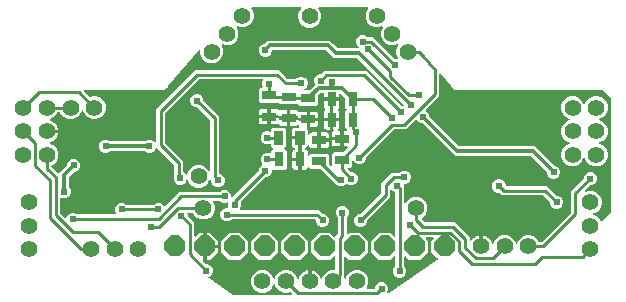
<source format=gbr>
G04 EAGLE Gerber X2 export*
G04 #@! %TF.Part,Single*
G04 #@! %TF.FileFunction,Copper,L2,Bot,Mixed*
G04 #@! %TF.FilePolarity,Positive*
G04 #@! %TF.GenerationSoftware,Autodesk,EAGLE,8.6.0*
G04 #@! %TF.CreationDate,2018-03-03T08:39:01Z*
G75*
%MOMM*%
%FSLAX34Y34*%
%LPD*%
%AMOC8*
5,1,8,0,0,1.08239X$1,22.5*%
G01*
%ADD10R,0.800000X1.200000*%
%ADD11R,1.200000X0.800000*%
%ADD12C,1.422400*%
%ADD13P,1.924489X8X112.500000*%
%ADD14C,0.604000*%
%ADD15C,0.254000*%
%ADD16C,0.304800*%

G36*
X474263Y226592D02*
X474263Y226592D01*
X474335Y226594D01*
X474384Y226612D01*
X474435Y226620D01*
X474498Y226654D01*
X474566Y226679D01*
X474606Y226711D01*
X474652Y226736D01*
X474702Y226788D01*
X474758Y226832D01*
X474786Y226876D01*
X474822Y226914D01*
X474852Y226979D01*
X474891Y227039D01*
X474903Y227090D01*
X474925Y227137D01*
X474933Y227208D01*
X474951Y227278D01*
X474947Y227330D01*
X474952Y227381D01*
X474937Y227452D01*
X474932Y227523D01*
X474911Y227571D01*
X474900Y227622D01*
X474863Y227683D01*
X474835Y227749D01*
X474791Y227805D01*
X474774Y227833D01*
X474756Y227848D01*
X474731Y227880D01*
X473937Y228674D01*
X473842Y228742D01*
X473748Y228812D01*
X473742Y228814D01*
X473737Y228818D01*
X473626Y228852D01*
X473514Y228888D01*
X473508Y228888D01*
X473502Y228890D01*
X473385Y228887D01*
X473268Y228886D01*
X473261Y228884D01*
X473256Y228884D01*
X473239Y228877D01*
X473107Y228839D01*
X471920Y228347D01*
X468080Y228347D01*
X464532Y229817D01*
X461817Y232532D01*
X460703Y235220D01*
X460665Y235281D01*
X460636Y235347D01*
X460601Y235385D01*
X460574Y235429D01*
X460518Y235475D01*
X460470Y235528D01*
X460424Y235553D01*
X460384Y235586D01*
X460317Y235612D01*
X460254Y235647D01*
X460203Y235656D01*
X460155Y235674D01*
X460083Y235678D01*
X460012Y235690D01*
X459961Y235683D01*
X459909Y235685D01*
X459840Y235665D01*
X459769Y235654D01*
X459723Y235631D01*
X459673Y235616D01*
X459614Y235576D01*
X459550Y235543D01*
X459513Y235506D01*
X459471Y235476D01*
X459428Y235419D01*
X459378Y235367D01*
X459343Y235305D01*
X459324Y235279D01*
X459317Y235256D01*
X459297Y235220D01*
X458183Y232532D01*
X455468Y229817D01*
X451920Y228347D01*
X448080Y228347D01*
X444532Y229817D01*
X441817Y232532D01*
X440347Y236080D01*
X440347Y239920D01*
X441817Y243468D01*
X444532Y246183D01*
X448080Y247653D01*
X451920Y247653D01*
X455468Y246183D01*
X458183Y243468D01*
X459297Y240780D01*
X459335Y240719D01*
X459364Y240653D01*
X459399Y240615D01*
X459426Y240571D01*
X459482Y240525D01*
X459530Y240472D01*
X459576Y240447D01*
X459616Y240414D01*
X459683Y240388D01*
X459746Y240353D01*
X459797Y240344D01*
X459845Y240326D01*
X459917Y240322D01*
X459988Y240310D01*
X460039Y240317D01*
X460091Y240315D01*
X460160Y240335D01*
X460231Y240346D01*
X460277Y240369D01*
X460327Y240384D01*
X460386Y240424D01*
X460450Y240457D01*
X460487Y240494D01*
X460529Y240524D01*
X460572Y240581D01*
X460622Y240633D01*
X460657Y240695D01*
X460676Y240721D01*
X460683Y240744D01*
X460703Y240780D01*
X461817Y243468D01*
X464532Y246183D01*
X468080Y247653D01*
X471920Y247653D01*
X475468Y246183D01*
X478183Y243468D01*
X479324Y240715D01*
X479377Y240629D01*
X479425Y240540D01*
X479441Y240525D01*
X479453Y240506D01*
X479531Y240441D01*
X479605Y240372D01*
X479626Y240363D01*
X479643Y240349D01*
X479737Y240313D01*
X479829Y240271D01*
X479852Y240269D01*
X479872Y240261D01*
X479973Y240256D01*
X480074Y240246D01*
X480096Y240251D01*
X480118Y240250D01*
X480215Y240278D01*
X480314Y240301D01*
X480333Y240313D01*
X480354Y240319D01*
X480437Y240376D01*
X480524Y240429D01*
X480538Y240446D01*
X480556Y240459D01*
X480617Y240540D01*
X480682Y240618D01*
X480693Y240643D01*
X480703Y240656D01*
X480713Y240688D01*
X480751Y240771D01*
X481054Y241705D01*
X481744Y243059D01*
X482637Y244288D01*
X483712Y245363D01*
X484941Y246256D01*
X486295Y246946D01*
X487740Y247415D01*
X488477Y247532D01*
X488477Y238762D01*
X488480Y238742D01*
X488478Y238723D01*
X488500Y238621D01*
X488517Y238519D01*
X488526Y238502D01*
X488530Y238482D01*
X488583Y238393D01*
X488632Y238302D01*
X488646Y238288D01*
X488656Y238271D01*
X488735Y238204D01*
X488810Y238133D01*
X488828Y238124D01*
X488843Y238111D01*
X488939Y238073D01*
X489033Y238029D01*
X489053Y238027D01*
X489071Y238019D01*
X489238Y238001D01*
X490762Y238001D01*
X490782Y238004D01*
X490801Y238002D01*
X490903Y238024D01*
X491005Y238041D01*
X491022Y238050D01*
X491042Y238054D01*
X491131Y238107D01*
X491222Y238156D01*
X491236Y238170D01*
X491253Y238180D01*
X491320Y238259D01*
X491391Y238334D01*
X491400Y238352D01*
X491413Y238367D01*
X491452Y238463D01*
X491495Y238557D01*
X491497Y238577D01*
X491505Y238595D01*
X491523Y238762D01*
X491523Y247532D01*
X492260Y247415D01*
X493705Y246946D01*
X495059Y246256D01*
X496288Y245363D01*
X497363Y244288D01*
X498256Y243059D01*
X498946Y241705D01*
X499249Y240771D01*
X499296Y240681D01*
X499337Y240588D01*
X499352Y240572D01*
X499362Y240552D01*
X499435Y240482D01*
X499503Y240407D01*
X499523Y240397D01*
X499539Y240381D01*
X499630Y240337D01*
X499719Y240289D01*
X499741Y240285D01*
X499761Y240275D01*
X499861Y240263D01*
X499961Y240245D01*
X499983Y240248D01*
X500005Y240245D01*
X500104Y240266D01*
X500204Y240281D01*
X500224Y240291D01*
X500246Y240295D01*
X500333Y240346D01*
X500423Y240392D01*
X500439Y240408D01*
X500458Y240419D01*
X500524Y240495D01*
X500596Y240568D01*
X500609Y240592D01*
X500620Y240604D01*
X500632Y240635D01*
X500676Y240715D01*
X501817Y243468D01*
X504532Y246183D01*
X508080Y247653D01*
X510928Y247653D01*
X510948Y247656D01*
X510967Y247654D01*
X511069Y247676D01*
X511171Y247692D01*
X511188Y247702D01*
X511208Y247706D01*
X511297Y247759D01*
X511388Y247808D01*
X511402Y247822D01*
X511419Y247832D01*
X511486Y247911D01*
X511558Y247986D01*
X511566Y248004D01*
X511579Y248019D01*
X511618Y248115D01*
X511661Y248209D01*
X511663Y248229D01*
X511671Y248247D01*
X511689Y248414D01*
X511689Y258486D01*
X511678Y258557D01*
X511676Y258628D01*
X511658Y258677D01*
X511650Y258729D01*
X511616Y258792D01*
X511591Y258859D01*
X511559Y258900D01*
X511534Y258946D01*
X511482Y258995D01*
X511438Y259051D01*
X511394Y259080D01*
X511356Y259115D01*
X511291Y259146D01*
X511231Y259184D01*
X511180Y259197D01*
X511133Y259219D01*
X511062Y259227D01*
X510992Y259245D01*
X510940Y259240D01*
X510889Y259246D01*
X510818Y259231D01*
X510747Y259225D01*
X510699Y259205D01*
X510648Y259194D01*
X510587Y259157D01*
X510521Y259129D01*
X510465Y259084D01*
X510437Y259068D01*
X510422Y259050D01*
X510390Y259024D01*
X507435Y256069D01*
X497965Y256069D01*
X491269Y262765D01*
X491269Y272235D01*
X497965Y278931D01*
X507435Y278931D01*
X510450Y275916D01*
X510466Y275904D01*
X510478Y275888D01*
X510566Y275832D01*
X510650Y275772D01*
X510669Y275766D01*
X510685Y275755D01*
X510786Y275730D01*
X510885Y275700D01*
X510905Y275700D01*
X510924Y275695D01*
X511027Y275703D01*
X511131Y275706D01*
X511149Y275713D01*
X511169Y275714D01*
X511264Y275755D01*
X511362Y275791D01*
X511377Y275803D01*
X511395Y275811D01*
X511526Y275916D01*
X513466Y277856D01*
X513519Y277930D01*
X513579Y277999D01*
X513591Y278029D01*
X513610Y278055D01*
X513637Y278142D01*
X513671Y278227D01*
X513675Y278268D01*
X513682Y278290D01*
X513681Y278323D01*
X513689Y278394D01*
X513689Y291831D01*
X513675Y291921D01*
X513667Y292012D01*
X513655Y292042D01*
X513650Y292074D01*
X513607Y292155D01*
X513571Y292239D01*
X513545Y292271D01*
X513534Y292291D01*
X513511Y292314D01*
X513466Y292370D01*
X512786Y293050D01*
X511939Y295094D01*
X511939Y297306D01*
X512786Y299350D01*
X514350Y300914D01*
X516394Y301761D01*
X518606Y301761D01*
X520650Y300914D01*
X522214Y299350D01*
X523061Y297306D01*
X523061Y295094D01*
X522214Y293050D01*
X521534Y292370D01*
X521481Y292296D01*
X521421Y292226D01*
X521409Y292196D01*
X521390Y292170D01*
X521363Y292083D01*
X521329Y291998D01*
X521325Y291957D01*
X521318Y291935D01*
X521319Y291903D01*
X521311Y291831D01*
X521311Y278714D01*
X521322Y278643D01*
X521324Y278572D01*
X521342Y278523D01*
X521350Y278471D01*
X521384Y278408D01*
X521409Y278341D01*
X521441Y278300D01*
X521466Y278254D01*
X521518Y278205D01*
X521562Y278149D01*
X521606Y278120D01*
X521644Y278085D01*
X521709Y278054D01*
X521769Y278016D01*
X521820Y278003D01*
X521867Y277981D01*
X521938Y277973D01*
X522008Y277955D01*
X522060Y277960D01*
X522111Y277954D01*
X522182Y277969D01*
X522253Y277975D01*
X522301Y277995D01*
X522352Y278006D01*
X522413Y278043D01*
X522479Y278071D01*
X522535Y278116D01*
X522563Y278132D01*
X522578Y278150D01*
X522610Y278176D01*
X523365Y278931D01*
X532835Y278931D01*
X539531Y272235D01*
X539531Y262765D01*
X532835Y256069D01*
X523365Y256069D01*
X520610Y258824D01*
X520552Y258866D01*
X520500Y258915D01*
X520453Y258937D01*
X520411Y258968D01*
X520342Y258989D01*
X520277Y259019D01*
X520225Y259025D01*
X520175Y259040D01*
X520104Y259038D01*
X520033Y259046D01*
X519982Y259035D01*
X519930Y259034D01*
X519862Y259009D01*
X519792Y258994D01*
X519747Y258967D01*
X519699Y258949D01*
X519643Y258904D01*
X519581Y258868D01*
X519547Y258828D01*
X519507Y258796D01*
X519468Y258735D01*
X519421Y258681D01*
X519402Y258633D01*
X519374Y258589D01*
X519356Y258519D01*
X519329Y258453D01*
X519321Y258381D01*
X519313Y258350D01*
X519315Y258327D01*
X519311Y258286D01*
X519311Y241916D01*
X519258Y241842D01*
X519188Y241748D01*
X519186Y241742D01*
X519182Y241737D01*
X519148Y241626D01*
X519112Y241514D01*
X519112Y241508D01*
X519110Y241502D01*
X519113Y241385D01*
X519114Y241268D01*
X519116Y241261D01*
X519116Y241256D01*
X519123Y241239D01*
X519161Y241107D01*
X519297Y240780D01*
X519334Y240719D01*
X519364Y240653D01*
X519399Y240615D01*
X519426Y240571D01*
X519482Y240525D01*
X519530Y240472D01*
X519576Y240447D01*
X519616Y240414D01*
X519683Y240388D01*
X519746Y240353D01*
X519797Y240344D01*
X519845Y240325D01*
X519917Y240322D01*
X519988Y240310D01*
X520039Y240317D01*
X520091Y240315D01*
X520160Y240335D01*
X520231Y240346D01*
X520277Y240369D01*
X520327Y240384D01*
X520386Y240425D01*
X520450Y240457D01*
X520487Y240494D01*
X520529Y240524D01*
X520572Y240581D01*
X520622Y240633D01*
X520657Y240696D01*
X520676Y240721D01*
X520683Y240743D01*
X520703Y240780D01*
X521817Y243468D01*
X524532Y246183D01*
X528080Y247653D01*
X531920Y247653D01*
X535468Y246183D01*
X538183Y243468D01*
X539653Y239920D01*
X539653Y236080D01*
X538320Y232863D01*
X538310Y232819D01*
X538291Y232777D01*
X538282Y232700D01*
X538264Y232624D01*
X538268Y232578D01*
X538263Y232533D01*
X538280Y232456D01*
X538287Y232379D01*
X538306Y232337D01*
X538316Y232292D01*
X538356Y232225D01*
X538387Y232154D01*
X538418Y232120D01*
X538442Y232081D01*
X538501Y232030D01*
X538554Y231973D01*
X538594Y231951D01*
X538629Y231921D01*
X538701Y231892D01*
X538769Y231855D01*
X538814Y231846D01*
X538857Y231829D01*
X538993Y231814D01*
X539011Y231811D01*
X539016Y231812D01*
X539024Y231811D01*
X544478Y231811D01*
X544498Y231814D01*
X544517Y231812D01*
X544619Y231834D01*
X544721Y231850D01*
X544738Y231860D01*
X544758Y231864D01*
X544847Y231917D01*
X544938Y231966D01*
X544952Y231980D01*
X544969Y231990D01*
X545036Y232069D01*
X545108Y232144D01*
X545116Y232162D01*
X545129Y232177D01*
X545168Y232273D01*
X545211Y232367D01*
X545213Y232387D01*
X545221Y232405D01*
X545239Y232572D01*
X545239Y232706D01*
X546086Y234750D01*
X547650Y236314D01*
X549694Y237161D01*
X551906Y237161D01*
X553950Y236314D01*
X555514Y234750D01*
X556361Y232706D01*
X556361Y230494D01*
X555654Y228787D01*
X555647Y228759D01*
X555634Y228734D01*
X555619Y228640D01*
X555597Y228547D01*
X555600Y228519D01*
X555596Y228491D01*
X555612Y228397D01*
X555621Y228302D01*
X555632Y228276D01*
X555637Y228248D01*
X555682Y228165D01*
X555721Y228078D01*
X555740Y228057D01*
X555753Y228032D01*
X555823Y227967D01*
X555887Y227897D01*
X555912Y227883D01*
X555933Y227863D01*
X556019Y227824D01*
X556102Y227778D01*
X556130Y227773D01*
X556156Y227761D01*
X556251Y227751D01*
X556344Y227734D01*
X556373Y227738D01*
X556401Y227735D01*
X556494Y227756D01*
X556588Y227770D01*
X556613Y227783D01*
X556641Y227789D01*
X556789Y227869D01*
X598062Y256301D01*
X598126Y256363D01*
X598195Y256418D01*
X598214Y256447D01*
X598239Y256472D01*
X598280Y256550D01*
X598328Y256625D01*
X598337Y256659D01*
X598353Y256690D01*
X598367Y256778D01*
X598388Y256864D01*
X598386Y256898D01*
X598391Y256933D01*
X598376Y257020D01*
X598369Y257109D01*
X598356Y257141D01*
X598350Y257175D01*
X598308Y257254D01*
X598273Y257335D01*
X598245Y257370D01*
X598234Y257392D01*
X598211Y257413D01*
X598168Y257466D01*
X592869Y262765D01*
X592869Y272235D01*
X594708Y274074D01*
X594750Y274132D01*
X594799Y274184D01*
X594821Y274231D01*
X594852Y274273D01*
X594873Y274342D01*
X594903Y274407D01*
X594909Y274459D01*
X594924Y274509D01*
X594922Y274580D01*
X594930Y274651D01*
X594919Y274702D01*
X594918Y274754D01*
X594893Y274822D01*
X594878Y274892D01*
X594851Y274937D01*
X594833Y274985D01*
X594788Y275041D01*
X594752Y275103D01*
X594712Y275137D01*
X594680Y275177D01*
X594619Y275216D01*
X594565Y275263D01*
X594517Y275282D01*
X594473Y275310D01*
X594403Y275328D01*
X594337Y275355D01*
X594265Y275363D01*
X594234Y275371D01*
X594211Y275369D01*
X594170Y275373D01*
X589030Y275373D01*
X588959Y275362D01*
X588888Y275360D01*
X588839Y275342D01*
X588787Y275334D01*
X588724Y275300D01*
X588657Y275275D01*
X588616Y275243D01*
X588570Y275218D01*
X588521Y275166D01*
X588465Y275122D01*
X588436Y275078D01*
X588401Y275040D01*
X588370Y274975D01*
X588332Y274915D01*
X588319Y274864D01*
X588297Y274817D01*
X588289Y274746D01*
X588271Y274676D01*
X588276Y274624D01*
X588270Y274573D01*
X588285Y274502D01*
X588291Y274431D01*
X588311Y274383D01*
X588322Y274332D01*
X588359Y274271D01*
X588387Y274205D01*
X588432Y274149D01*
X588448Y274121D01*
X588466Y274106D01*
X588492Y274074D01*
X590331Y272235D01*
X590331Y262765D01*
X583635Y256069D01*
X574165Y256069D01*
X571321Y258913D01*
X571263Y258955D01*
X571211Y259004D01*
X571164Y259026D01*
X571122Y259057D01*
X571053Y259078D01*
X570988Y259108D01*
X570936Y259114D01*
X570887Y259129D01*
X570815Y259127D01*
X570744Y259135D01*
X570693Y259124D01*
X570641Y259123D01*
X570573Y259098D01*
X570503Y259083D01*
X570459Y259056D01*
X570410Y259038D01*
X570354Y258993D01*
X570292Y258957D01*
X570258Y258917D01*
X570218Y258885D01*
X570179Y258824D01*
X570132Y258770D01*
X570113Y258721D01*
X570085Y258678D01*
X570067Y258608D01*
X570040Y258542D01*
X570032Y258470D01*
X570025Y258439D01*
X570026Y258416D01*
X570022Y258375D01*
X570022Y250958D01*
X570037Y250867D01*
X570044Y250777D01*
X570056Y250747D01*
X570062Y250715D01*
X570104Y250634D01*
X570140Y250550D01*
X570166Y250518D01*
X570177Y250497D01*
X570200Y250475D01*
X570211Y250461D01*
X570218Y250450D01*
X570225Y250444D01*
X570245Y250419D01*
X570925Y249739D01*
X571772Y247695D01*
X571772Y245483D01*
X570925Y243439D01*
X569361Y241875D01*
X567317Y241028D01*
X565105Y241028D01*
X563061Y241875D01*
X561497Y243439D01*
X560650Y245483D01*
X560650Y247695D01*
X561497Y249739D01*
X562177Y250419D01*
X562222Y250481D01*
X562252Y250513D01*
X562257Y250524D01*
X562290Y250563D01*
X562302Y250593D01*
X562321Y250619D01*
X562348Y250706D01*
X562382Y250791D01*
X562386Y250832D01*
X562393Y250854D01*
X562392Y250886D01*
X562400Y250958D01*
X562400Y258397D01*
X562389Y258468D01*
X562387Y258540D01*
X562369Y258589D01*
X562361Y258640D01*
X562327Y258703D01*
X562302Y258771D01*
X562270Y258811D01*
X562246Y258857D01*
X562194Y258907D01*
X562149Y258963D01*
X562105Y258991D01*
X562067Y259027D01*
X562002Y259057D01*
X561942Y259096D01*
X561891Y259108D01*
X561844Y259130D01*
X561773Y259138D01*
X561703Y259156D01*
X561651Y259152D01*
X561600Y259157D01*
X561530Y259142D01*
X561458Y259137D01*
X561410Y259116D01*
X561359Y259105D01*
X561298Y259068D01*
X561232Y259040D01*
X561176Y258995D01*
X561148Y258979D01*
X561133Y258961D01*
X561101Y258935D01*
X558235Y256069D01*
X548765Y256069D01*
X542069Y262765D01*
X542069Y272235D01*
X548765Y278931D01*
X558235Y278931D01*
X561101Y276065D01*
X561159Y276023D01*
X561211Y275973D01*
X561258Y275951D01*
X561301Y275921D01*
X561369Y275900D01*
X561434Y275870D01*
X561486Y275864D01*
X561536Y275849D01*
X561607Y275851D01*
X561679Y275843D01*
X561729Y275854D01*
X561782Y275855D01*
X561849Y275880D01*
X561919Y275895D01*
X561964Y275922D01*
X562013Y275940D01*
X562069Y275984D01*
X562130Y276021D01*
X562164Y276061D01*
X562205Y276093D01*
X562243Y276154D01*
X562290Y276208D01*
X562309Y276256D01*
X562338Y276300D01*
X562355Y276370D01*
X562382Y276436D01*
X562390Y276508D01*
X562398Y276539D01*
X562396Y276562D01*
X562400Y276603D01*
X562400Y313135D01*
X562382Y313250D01*
X562365Y313366D01*
X562362Y313372D01*
X562361Y313378D01*
X562306Y313480D01*
X562253Y313585D01*
X562248Y313590D01*
X562246Y313595D01*
X562161Y313675D01*
X562077Y313757D01*
X562071Y313761D01*
X562067Y313765D01*
X562050Y313772D01*
X561930Y313838D01*
X560850Y314286D01*
X559610Y315526D01*
X559552Y315568D01*
X559500Y315617D01*
X559453Y315639D01*
X559411Y315669D01*
X559342Y315690D01*
X559277Y315721D01*
X559225Y315726D01*
X559175Y315742D01*
X559104Y315740D01*
X559033Y315748D01*
X558982Y315737D01*
X558930Y315735D01*
X558862Y315711D01*
X558792Y315695D01*
X558747Y315669D01*
X558699Y315651D01*
X558643Y315606D01*
X558581Y315569D01*
X558547Y315530D01*
X558507Y315497D01*
X558468Y315437D01*
X558421Y315382D01*
X558402Y315334D01*
X558374Y315290D01*
X558356Y315221D01*
X558329Y315154D01*
X558321Y315083D01*
X558313Y315052D01*
X558315Y315028D01*
X558311Y314987D01*
X558311Y309422D01*
X538784Y289894D01*
X538731Y289821D01*
X538671Y289751D01*
X538659Y289721D01*
X538640Y289695D01*
X538613Y289608D01*
X538579Y289523D01*
X538575Y289482D01*
X538568Y289460D01*
X538569Y289427D01*
X538561Y289356D01*
X538561Y288394D01*
X537714Y286350D01*
X536150Y284786D01*
X534106Y283939D01*
X531894Y283939D01*
X529850Y284786D01*
X528286Y286350D01*
X527439Y288394D01*
X527439Y290606D01*
X528286Y292650D01*
X529850Y294214D01*
X531894Y295061D01*
X532856Y295061D01*
X532946Y295075D01*
X533037Y295083D01*
X533067Y295095D01*
X533099Y295100D01*
X533180Y295143D01*
X533264Y295179D01*
X533296Y295205D01*
X533316Y295216D01*
X533339Y295239D01*
X533394Y295284D01*
X550466Y312356D01*
X550519Y312429D01*
X550579Y312499D01*
X550591Y312529D01*
X550610Y312555D01*
X550637Y312642D01*
X550671Y312727D01*
X550675Y312768D01*
X550682Y312790D01*
X550681Y312823D01*
X550689Y312894D01*
X550689Y320878D01*
X559822Y330011D01*
X565831Y330011D01*
X565921Y330025D01*
X566012Y330033D01*
X566042Y330045D01*
X566074Y330050D01*
X566155Y330093D01*
X566239Y330129D01*
X566271Y330155D01*
X566291Y330166D01*
X566314Y330189D01*
X566370Y330234D01*
X567050Y330914D01*
X569094Y331761D01*
X571306Y331761D01*
X573350Y330914D01*
X574914Y329350D01*
X575761Y327306D01*
X575761Y325094D01*
X574914Y323050D01*
X573350Y321486D01*
X571306Y320639D01*
X570322Y320639D01*
X570302Y320636D01*
X570283Y320638D01*
X570181Y320616D01*
X570079Y320600D01*
X570062Y320590D01*
X570042Y320586D01*
X569953Y320533D01*
X569862Y320484D01*
X569848Y320470D01*
X569831Y320460D01*
X569764Y320381D01*
X569692Y320306D01*
X569684Y320288D01*
X569671Y320273D01*
X569632Y320177D01*
X569589Y320083D01*
X569587Y320063D01*
X569579Y320045D01*
X569561Y319878D01*
X569561Y319144D01*
X569575Y319054D01*
X569583Y318963D01*
X569595Y318933D01*
X569600Y318901D01*
X569643Y318820D01*
X569679Y318736D01*
X569705Y318704D01*
X569716Y318684D01*
X569739Y318661D01*
X569784Y318606D01*
X570022Y318367D01*
X570022Y304961D01*
X570023Y304953D01*
X570023Y304950D01*
X570026Y304934D01*
X570038Y304865D01*
X570047Y304768D01*
X570057Y304744D01*
X570062Y304719D01*
X570107Y304633D01*
X570147Y304544D01*
X570164Y304524D01*
X570177Y304501D01*
X570247Y304434D01*
X570313Y304363D01*
X570336Y304350D01*
X570355Y304332D01*
X570443Y304291D01*
X570529Y304244D01*
X570554Y304239D01*
X570578Y304228D01*
X570675Y304218D01*
X570771Y304200D01*
X570797Y304204D01*
X570823Y304201D01*
X570918Y304222D01*
X571014Y304236D01*
X571037Y304248D01*
X571063Y304253D01*
X571146Y304303D01*
X571233Y304348D01*
X571252Y304366D01*
X571274Y304380D01*
X571337Y304454D01*
X571406Y304523D01*
X571421Y304552D01*
X571434Y304567D01*
X571446Y304597D01*
X571486Y304670D01*
X571817Y305468D01*
X574532Y308183D01*
X578080Y309653D01*
X581920Y309653D01*
X585468Y308183D01*
X588183Y305468D01*
X589653Y301920D01*
X589653Y298080D01*
X588183Y294532D01*
X585468Y291817D01*
X585180Y291698D01*
X585141Y291673D01*
X585098Y291658D01*
X585037Y291609D01*
X584971Y291568D01*
X584942Y291533D01*
X584906Y291504D01*
X584864Y291439D01*
X584814Y291379D01*
X584798Y291336D01*
X584773Y291297D01*
X584754Y291222D01*
X584726Y291149D01*
X584724Y291103D01*
X584713Y291059D01*
X584719Y290981D01*
X584716Y290903D01*
X584728Y290859D01*
X584732Y290813D01*
X584762Y290742D01*
X584784Y290667D01*
X584810Y290629D01*
X584828Y290587D01*
X584914Y290480D01*
X584924Y290465D01*
X584928Y290462D01*
X584933Y290456D01*
X587356Y288034D01*
X587430Y287981D01*
X587499Y287921D01*
X587529Y287909D01*
X587555Y287890D01*
X587642Y287863D01*
X587727Y287829D01*
X587768Y287825D01*
X587790Y287818D01*
X587823Y287819D01*
X587894Y287811D01*
X613078Y287811D01*
X625311Y275578D01*
X625311Y272916D01*
X625322Y272849D01*
X625323Y272782D01*
X625341Y272729D01*
X625350Y272674D01*
X625382Y272614D01*
X625405Y272550D01*
X625439Y272506D01*
X625466Y272456D01*
X625515Y272410D01*
X625557Y272356D01*
X625603Y272325D01*
X625644Y272287D01*
X625706Y272258D01*
X625762Y272221D01*
X625816Y272207D01*
X625867Y272183D01*
X625935Y272176D01*
X626000Y272159D01*
X626056Y272162D01*
X626111Y272156D01*
X626178Y272171D01*
X626246Y272175D01*
X626297Y272197D01*
X626352Y272209D01*
X626410Y272243D01*
X626473Y272269D01*
X626515Y272306D01*
X626563Y272335D01*
X626607Y272386D01*
X626658Y272431D01*
X626701Y272497D01*
X626723Y272522D01*
X626730Y272540D01*
X627637Y273788D01*
X628712Y274863D01*
X629941Y275756D01*
X631295Y276446D01*
X632740Y276915D01*
X633477Y277032D01*
X633477Y268262D01*
X633480Y268242D01*
X633478Y268223D01*
X633500Y268121D01*
X633517Y268019D01*
X633526Y268002D01*
X633530Y267982D01*
X633583Y267893D01*
X633632Y267802D01*
X633646Y267788D01*
X633656Y267771D01*
X633735Y267704D01*
X633810Y267633D01*
X633828Y267624D01*
X633843Y267611D01*
X633939Y267573D01*
X634033Y267529D01*
X634053Y267527D01*
X634071Y267519D01*
X634238Y267501D01*
X635762Y267501D01*
X635782Y267504D01*
X635801Y267502D01*
X635903Y267524D01*
X636005Y267541D01*
X636022Y267550D01*
X636042Y267554D01*
X636131Y267607D01*
X636222Y267656D01*
X636236Y267670D01*
X636253Y267680D01*
X636320Y267759D01*
X636391Y267834D01*
X636400Y267852D01*
X636413Y267867D01*
X636452Y267963D01*
X636495Y268057D01*
X636497Y268077D01*
X636505Y268095D01*
X636523Y268262D01*
X636523Y277032D01*
X637260Y276915D01*
X638705Y276446D01*
X640059Y275756D01*
X641288Y274863D01*
X642363Y273788D01*
X643256Y272559D01*
X643946Y271205D01*
X644249Y270271D01*
X644296Y270181D01*
X644337Y270088D01*
X644352Y270072D01*
X644362Y270052D01*
X644435Y269982D01*
X644503Y269907D01*
X644523Y269897D01*
X644539Y269881D01*
X644630Y269837D01*
X644719Y269789D01*
X644741Y269785D01*
X644761Y269775D01*
X644861Y269763D01*
X644961Y269745D01*
X644983Y269748D01*
X645005Y269746D01*
X645104Y269766D01*
X645204Y269781D01*
X645224Y269791D01*
X645246Y269795D01*
X645333Y269846D01*
X645423Y269892D01*
X645439Y269908D01*
X645458Y269919D01*
X645525Y269996D01*
X645596Y270068D01*
X645609Y270092D01*
X645620Y270105D01*
X645632Y270135D01*
X645676Y270215D01*
X646817Y272968D01*
X649532Y275683D01*
X653080Y277153D01*
X656920Y277153D01*
X660468Y275683D01*
X663183Y272968D01*
X664297Y270280D01*
X664335Y270219D01*
X664364Y270153D01*
X664399Y270115D01*
X664426Y270071D01*
X664482Y270025D01*
X664530Y269972D01*
X664576Y269947D01*
X664616Y269914D01*
X664683Y269888D01*
X664746Y269853D01*
X664797Y269844D01*
X664845Y269826D01*
X664917Y269822D01*
X664988Y269810D01*
X665039Y269817D01*
X665091Y269815D01*
X665160Y269835D01*
X665231Y269846D01*
X665277Y269869D01*
X665327Y269884D01*
X665386Y269924D01*
X665450Y269957D01*
X665487Y269994D01*
X665529Y270024D01*
X665572Y270081D01*
X665622Y270133D01*
X665657Y270195D01*
X665676Y270221D01*
X665683Y270244D01*
X665703Y270280D01*
X666817Y272968D01*
X669532Y275683D01*
X673080Y277153D01*
X676920Y277153D01*
X680468Y275683D01*
X683183Y272968D01*
X683675Y271781D01*
X683736Y271681D01*
X683796Y271581D01*
X683801Y271577D01*
X683805Y271572D01*
X683894Y271497D01*
X683983Y271421D01*
X683989Y271419D01*
X683994Y271415D01*
X684102Y271373D01*
X684212Y271329D01*
X684219Y271328D01*
X684224Y271327D01*
X684242Y271326D01*
X684378Y271311D01*
X685906Y271311D01*
X685996Y271325D01*
X686087Y271333D01*
X686117Y271345D01*
X686149Y271350D01*
X686230Y271393D01*
X686314Y271429D01*
X686346Y271455D01*
X686366Y271466D01*
X686389Y271489D01*
X686444Y271534D01*
X710966Y296056D01*
X711019Y296129D01*
X711079Y296199D01*
X711091Y296229D01*
X711110Y296255D01*
X711137Y296342D01*
X711171Y296427D01*
X711175Y296468D01*
X711182Y296490D01*
X711181Y296523D01*
X711189Y296594D01*
X711189Y314028D01*
X721766Y324606D01*
X721819Y324679D01*
X721879Y324749D01*
X721891Y324779D01*
X721910Y324805D01*
X721937Y324892D01*
X721971Y324977D01*
X721975Y325018D01*
X721982Y325040D01*
X721981Y325073D01*
X721989Y325144D01*
X721989Y326106D01*
X722836Y328150D01*
X724400Y329714D01*
X726444Y330561D01*
X728656Y330561D01*
X730700Y329714D01*
X732264Y328150D01*
X733111Y326106D01*
X733111Y323894D01*
X732264Y321850D01*
X730700Y320286D01*
X728656Y319439D01*
X727694Y319439D01*
X727604Y319425D01*
X727513Y319417D01*
X727483Y319405D01*
X727451Y319400D01*
X727370Y319357D01*
X727286Y319321D01*
X727254Y319295D01*
X727234Y319284D01*
X727211Y319261D01*
X727156Y319216D01*
X723185Y315246D01*
X723128Y315167D01*
X723066Y315092D01*
X723057Y315067D01*
X723042Y315046D01*
X723013Y314953D01*
X722978Y314862D01*
X722977Y314836D01*
X722969Y314811D01*
X722972Y314714D01*
X722968Y314617D01*
X722975Y314591D01*
X722976Y314565D01*
X723009Y314474D01*
X723036Y314380D01*
X723051Y314359D01*
X723060Y314334D01*
X723121Y314258D01*
X723176Y314178D01*
X723197Y314163D01*
X723214Y314142D01*
X723296Y314089D01*
X723374Y314031D01*
X723399Y314023D01*
X723421Y314009D01*
X723515Y313985D01*
X723608Y313955D01*
X723634Y313956D01*
X723659Y313949D01*
X723756Y313957D01*
X723854Y313958D01*
X723885Y313967D01*
X723904Y313968D01*
X723935Y313981D01*
X724015Y314004D01*
X725580Y314653D01*
X729420Y314653D01*
X732968Y313183D01*
X735683Y310468D01*
X737153Y306920D01*
X737153Y303080D01*
X735683Y299532D01*
X732968Y296817D01*
X730280Y295703D01*
X730219Y295665D01*
X730153Y295636D01*
X730115Y295601D01*
X730071Y295574D01*
X730025Y295518D01*
X729972Y295470D01*
X729947Y295424D01*
X729914Y295384D01*
X729888Y295317D01*
X729853Y295254D01*
X729844Y295203D01*
X729826Y295155D01*
X729822Y295083D01*
X729810Y295012D01*
X729817Y294961D01*
X729815Y294909D01*
X729835Y294840D01*
X729846Y294769D01*
X729869Y294723D01*
X729884Y294673D01*
X729924Y294614D01*
X729957Y294550D01*
X729994Y294513D01*
X730024Y294471D01*
X730081Y294428D01*
X730133Y294378D01*
X730195Y294343D01*
X730221Y294324D01*
X730244Y294317D01*
X730280Y294297D01*
X732968Y293183D01*
X735683Y290468D01*
X736009Y289682D01*
X736033Y289643D01*
X736049Y289600D01*
X736097Y289539D01*
X736138Y289473D01*
X736174Y289444D01*
X736202Y289408D01*
X736268Y289366D01*
X736328Y289316D01*
X736370Y289300D01*
X736409Y289275D01*
X736485Y289256D01*
X736557Y289228D01*
X736603Y289226D01*
X736648Y289215D01*
X736725Y289221D01*
X736803Y289218D01*
X736847Y289231D01*
X736893Y289234D01*
X736964Y289265D01*
X737039Y289286D01*
X737077Y289313D01*
X737119Y289331D01*
X737226Y289416D01*
X737241Y289427D01*
X737244Y289431D01*
X737250Y289435D01*
X744696Y296882D01*
X744749Y296955D01*
X744809Y297025D01*
X744821Y297055D01*
X744840Y297081D01*
X744867Y297168D01*
X744901Y297253D01*
X744905Y297294D01*
X744912Y297316D01*
X744911Y297349D01*
X744919Y297420D01*
X744919Y392580D01*
X744905Y392670D01*
X744897Y392761D01*
X744885Y392791D01*
X744880Y392823D01*
X744837Y392904D01*
X744801Y392987D01*
X744775Y393020D01*
X744764Y393040D01*
X744741Y393062D01*
X744696Y393118D01*
X738118Y399696D01*
X738045Y399749D01*
X737975Y399809D01*
X737945Y399821D01*
X737919Y399840D01*
X737832Y399867D01*
X737747Y399901D01*
X737706Y399905D01*
X737684Y399912D01*
X737651Y399911D01*
X737580Y399919D01*
X617161Y399919D01*
X617100Y399909D01*
X617037Y399909D01*
X616979Y399889D01*
X616918Y399880D01*
X616863Y399850D01*
X616804Y399830D01*
X616730Y399780D01*
X616716Y399772D01*
X614834Y399917D01*
X614813Y399915D01*
X614776Y399919D01*
X612881Y399919D01*
X612841Y399960D01*
X612786Y399987D01*
X612736Y400023D01*
X612676Y400041D01*
X612620Y400069D01*
X612532Y400085D01*
X612517Y400090D01*
X611289Y401523D01*
X611272Y401537D01*
X611249Y401566D01*
X609909Y402906D01*
X609909Y402963D01*
X609889Y403021D01*
X609880Y403082D01*
X609850Y403137D01*
X609830Y403196D01*
X609780Y403270D01*
X609764Y403299D01*
X609752Y403311D01*
X609736Y403334D01*
X600950Y413585D01*
X600873Y413650D01*
X600800Y413719D01*
X600780Y413728D01*
X600769Y413738D01*
X600768Y413738D01*
X600762Y413743D01*
X600668Y413780D01*
X600577Y413822D01*
X600554Y413825D01*
X600533Y413833D01*
X600487Y413836D01*
X600374Y413848D01*
X600372Y413848D01*
X600361Y413846D01*
X600333Y413850D01*
X600310Y413845D01*
X600287Y413846D01*
X600190Y413819D01*
X600187Y413818D01*
X600129Y413808D01*
X600119Y413803D01*
X600092Y413797D01*
X600073Y413786D01*
X600051Y413779D01*
X599968Y413723D01*
X599912Y413693D01*
X599903Y413684D01*
X599881Y413671D01*
X599866Y413654D01*
X599847Y413641D01*
X599789Y413564D01*
X599742Y413515D01*
X599737Y413502D01*
X599721Y413484D01*
X599713Y413463D01*
X599699Y413445D01*
X599670Y413359D01*
X599639Y413292D01*
X599637Y413275D01*
X599629Y413256D01*
X599626Y413228D01*
X599621Y413212D01*
X599621Y413179D01*
X599611Y413089D01*
X599611Y394822D01*
X597156Y392366D01*
X588291Y383502D01*
X588264Y383465D01*
X588231Y383434D01*
X588193Y383365D01*
X588148Y383302D01*
X588134Y383258D01*
X588112Y383218D01*
X588098Y383142D01*
X588075Y383067D01*
X588076Y383021D01*
X588068Y382976D01*
X588080Y382899D01*
X588082Y382821D01*
X588097Y382778D01*
X588104Y382733D01*
X588139Y382663D01*
X588166Y382590D01*
X588195Y382554D01*
X588216Y382514D01*
X588271Y382459D01*
X588320Y382398D01*
X588359Y382373D01*
X588391Y382341D01*
X588511Y382275D01*
X588527Y382265D01*
X588532Y382264D01*
X588538Y382260D01*
X588650Y382214D01*
X590214Y380650D01*
X591061Y378606D01*
X591061Y378003D01*
X591075Y377913D01*
X591083Y377822D01*
X591095Y377792D01*
X591100Y377760D01*
X591143Y377680D01*
X591179Y377596D01*
X591205Y377564D01*
X591216Y377543D01*
X591239Y377521D01*
X591284Y377465D01*
X616261Y352488D01*
X616335Y352435D01*
X616404Y352375D01*
X616434Y352363D01*
X616460Y352344D01*
X616547Y352317D01*
X616632Y352283D01*
X616673Y352279D01*
X616696Y352272D01*
X616728Y352273D01*
X616799Y352265D01*
X680384Y352265D01*
X696465Y336184D01*
X696539Y336131D01*
X696608Y336071D01*
X696638Y336059D01*
X696664Y336040D01*
X696751Y336013D01*
X696836Y335979D01*
X696877Y335975D01*
X696900Y335968D01*
X696932Y335969D01*
X697003Y335961D01*
X697606Y335961D01*
X699650Y335114D01*
X701214Y333550D01*
X702061Y331506D01*
X702061Y329294D01*
X701214Y327250D01*
X699650Y325686D01*
X697606Y324839D01*
X695394Y324839D01*
X693350Y325686D01*
X691786Y327250D01*
X690939Y329294D01*
X690939Y329897D01*
X690925Y329987D01*
X690917Y330078D01*
X690905Y330108D01*
X690900Y330140D01*
X690857Y330220D01*
X690821Y330304D01*
X690795Y330336D01*
X690784Y330357D01*
X690761Y330379D01*
X690716Y330435D01*
X677239Y343912D01*
X677165Y343965D01*
X677096Y344025D01*
X677066Y344037D01*
X677040Y344056D01*
X676953Y344083D01*
X676868Y344117D01*
X676827Y344121D01*
X676804Y344128D01*
X676772Y344127D01*
X676701Y344135D01*
X613116Y344135D01*
X585535Y371716D01*
X585461Y371769D01*
X585392Y371829D01*
X585362Y371841D01*
X585336Y371860D01*
X585249Y371887D01*
X585164Y371921D01*
X585123Y371925D01*
X585100Y371932D01*
X585068Y371931D01*
X584997Y371939D01*
X584394Y371939D01*
X582350Y372786D01*
X580786Y374350D01*
X580740Y374462D01*
X580715Y374501D01*
X580700Y374544D01*
X580651Y374605D01*
X580610Y374671D01*
X580575Y374700D01*
X580546Y374736D01*
X580480Y374778D01*
X580420Y374828D01*
X580378Y374844D01*
X580339Y374869D01*
X580264Y374888D01*
X580191Y374916D01*
X580145Y374918D01*
X580100Y374929D01*
X580023Y374923D01*
X579945Y374926D01*
X579901Y374913D01*
X579855Y374910D01*
X579784Y374879D01*
X579709Y374858D01*
X579671Y374832D01*
X579629Y374814D01*
X579522Y374728D01*
X579507Y374718D01*
X579504Y374713D01*
X579498Y374709D01*
X571478Y366689D01*
X561894Y366689D01*
X561804Y366675D01*
X561713Y366667D01*
X561683Y366655D01*
X561651Y366650D01*
X561570Y366607D01*
X561486Y366571D01*
X561454Y366545D01*
X561434Y366534D01*
X561411Y366511D01*
X561356Y366466D01*
X537784Y342894D01*
X537731Y342821D01*
X537671Y342751D01*
X537659Y342721D01*
X537640Y342695D01*
X537613Y342608D01*
X537579Y342523D01*
X537575Y342482D01*
X537568Y342460D01*
X537569Y342427D01*
X537561Y342356D01*
X537561Y341394D01*
X536714Y339350D01*
X535150Y337786D01*
X533106Y336939D01*
X530894Y336939D01*
X528850Y337786D01*
X527286Y339350D01*
X527197Y339564D01*
X527146Y339647D01*
X527100Y339733D01*
X527081Y339751D01*
X527068Y339773D01*
X526993Y339835D01*
X526922Y339902D01*
X526898Y339913D01*
X526878Y339930D01*
X526787Y339965D01*
X526699Y340006D01*
X526673Y340009D01*
X526649Y340018D01*
X526551Y340022D01*
X526454Y340033D01*
X526429Y340028D01*
X526403Y340029D01*
X526309Y340002D01*
X526214Y339981D01*
X526192Y339967D01*
X526167Y339960D01*
X526086Y339905D01*
X526003Y339855D01*
X525986Y339835D01*
X525964Y339820D01*
X525906Y339742D01*
X525843Y339668D01*
X525833Y339643D01*
X525818Y339623D01*
X525788Y339530D01*
X525751Y339440D01*
X525748Y339407D01*
X525741Y339389D01*
X525742Y339356D01*
X525733Y339273D01*
X525733Y335849D01*
X524244Y334360D01*
X522867Y334360D01*
X522796Y334349D01*
X522724Y334347D01*
X522675Y334329D01*
X522624Y334321D01*
X522561Y334287D01*
X522493Y334262D01*
X522453Y334230D01*
X522407Y334205D01*
X522357Y334153D01*
X522301Y334109D01*
X522273Y334065D01*
X522237Y334027D01*
X522207Y333962D01*
X522168Y333902D01*
X522156Y333851D01*
X522134Y333804D01*
X522126Y333733D01*
X522108Y333663D01*
X522112Y333611D01*
X522107Y333560D01*
X522122Y333489D01*
X522127Y333418D01*
X522148Y333370D01*
X522159Y333319D01*
X522196Y333258D01*
X522224Y333192D01*
X522268Y333136D01*
X522285Y333108D01*
X522303Y333093D01*
X522328Y333061D01*
X524606Y330784D01*
X524680Y330731D01*
X524749Y330671D01*
X524779Y330659D01*
X524805Y330640D01*
X524892Y330613D01*
X524977Y330579D01*
X525018Y330575D01*
X525040Y330568D01*
X525073Y330569D01*
X525144Y330561D01*
X526106Y330561D01*
X528150Y329714D01*
X529714Y328150D01*
X530561Y326106D01*
X530561Y323894D01*
X529714Y321850D01*
X528150Y320286D01*
X526106Y319439D01*
X523894Y319439D01*
X521850Y320286D01*
X521788Y320348D01*
X521772Y320359D01*
X521760Y320375D01*
X521672Y320431D01*
X521589Y320491D01*
X521570Y320497D01*
X521553Y320508D01*
X521452Y320533D01*
X521353Y320564D01*
X521334Y320563D01*
X521314Y320568D01*
X521211Y320560D01*
X521108Y320557D01*
X521089Y320550D01*
X521069Y320549D01*
X520974Y320508D01*
X520877Y320473D01*
X520861Y320460D01*
X520843Y320452D01*
X520712Y320348D01*
X519650Y319286D01*
X517606Y318439D01*
X515394Y318439D01*
X513350Y319286D01*
X512670Y319966D01*
X512596Y320019D01*
X512526Y320079D01*
X512496Y320091D01*
X512470Y320110D01*
X512383Y320137D01*
X512298Y320171D01*
X512257Y320175D01*
X512235Y320182D01*
X512203Y320181D01*
X512131Y320189D01*
X512111Y320189D01*
X499473Y332828D01*
X499399Y332881D01*
X499329Y332940D01*
X499299Y332952D01*
X499273Y332971D01*
X499186Y332998D01*
X499101Y333032D01*
X499060Y333037D01*
X499038Y333043D01*
X499006Y333043D01*
X498934Y333051D01*
X491046Y333051D01*
X489460Y334636D01*
X489383Y334692D01*
X489310Y334753D01*
X489283Y334763D01*
X489261Y334779D01*
X489170Y334807D01*
X489081Y334842D01*
X489052Y334844D01*
X489025Y334852D01*
X488930Y334849D01*
X488835Y334854D01*
X488808Y334846D01*
X488780Y334845D01*
X488690Y334813D01*
X488598Y334787D01*
X488575Y334771D01*
X488549Y334761D01*
X488474Y334701D01*
X488395Y334647D01*
X488379Y334625D01*
X488357Y334607D01*
X488305Y334527D01*
X488248Y334451D01*
X488235Y334418D01*
X488224Y334400D01*
X488215Y334368D01*
X488187Y334295D01*
X488166Y334216D01*
X487831Y333637D01*
X487358Y333163D01*
X486779Y332829D01*
X486132Y332656D01*
X483321Y332656D01*
X483321Y340434D01*
X483318Y340454D01*
X483320Y340474D01*
X483298Y340575D01*
X483281Y340677D01*
X483272Y340695D01*
X483268Y340714D01*
X483215Y340803D01*
X483166Y340895D01*
X483152Y340908D01*
X483142Y340925D01*
X483063Y340993D01*
X482988Y341064D01*
X482970Y341072D01*
X482955Y341085D01*
X482859Y341124D01*
X482765Y341168D01*
X482745Y341170D01*
X482727Y341177D01*
X482560Y341196D01*
X481797Y341196D01*
X481797Y341197D01*
X482560Y341197D01*
X482580Y341201D01*
X482599Y341198D01*
X482701Y341220D01*
X482803Y341237D01*
X482820Y341246D01*
X482840Y341251D01*
X482929Y341304D01*
X483020Y341352D01*
X483034Y341367D01*
X483051Y341377D01*
X483118Y341456D01*
X483189Y341531D01*
X483198Y341549D01*
X483211Y341564D01*
X483250Y341660D01*
X483293Y341754D01*
X483295Y341773D01*
X483303Y341792D01*
X483321Y341959D01*
X483321Y350312D01*
X483318Y350332D01*
X483320Y350353D01*
X483298Y350454D01*
X483281Y350555D01*
X483272Y350573D01*
X483267Y350593D01*
X483228Y350659D01*
X483214Y358853D01*
X483210Y358873D01*
X483212Y358892D01*
X483190Y358993D01*
X483173Y359096D01*
X483164Y359113D01*
X483160Y359133D01*
X483107Y359222D01*
X483058Y359313D01*
X483044Y359327D01*
X483033Y359344D01*
X482954Y359411D01*
X482879Y359482D01*
X482861Y359490D01*
X482846Y359503D01*
X482750Y359542D01*
X482656Y359585D01*
X482636Y359587D01*
X482618Y359595D01*
X482451Y359613D01*
X481688Y359612D01*
X481687Y360374D01*
X481684Y360394D01*
X481686Y360414D01*
X481664Y360515D01*
X481647Y360617D01*
X481637Y360635D01*
X481633Y360654D01*
X481580Y360743D01*
X481531Y360834D01*
X481517Y360848D01*
X481507Y360865D01*
X481428Y360932D01*
X481353Y361003D01*
X481335Y361012D01*
X481319Y361025D01*
X481223Y361063D01*
X481129Y361107D01*
X481110Y361109D01*
X481091Y361116D01*
X480924Y361134D01*
X475146Y361124D01*
X475137Y365936D01*
X475309Y366582D01*
X475643Y367162D01*
X476115Y367636D01*
X476694Y367971D01*
X477340Y368146D01*
X480317Y368151D01*
X480387Y368162D01*
X480458Y368164D01*
X480507Y368182D01*
X480559Y368191D01*
X480622Y368224D01*
X480689Y368249D01*
X480730Y368282D01*
X480777Y368306D01*
X480826Y368358D01*
X480881Y368402D01*
X480909Y368447D01*
X480946Y368485D01*
X480976Y368549D01*
X481014Y368609D01*
X481027Y368660D01*
X481049Y368708D01*
X481057Y368779D01*
X481074Y368848D01*
X481070Y368900D01*
X481076Y368953D01*
X481060Y369022D01*
X481055Y369093D01*
X481034Y369141D01*
X481023Y369193D01*
X480986Y369254D01*
X480959Y369319D01*
X480913Y369376D01*
X480896Y369404D01*
X480879Y369419D01*
X480878Y369420D01*
X480875Y369425D01*
X480871Y369428D01*
X480854Y369450D01*
X480770Y369534D01*
X480556Y369904D01*
X480544Y369920D01*
X480536Y369938D01*
X480466Y370015D01*
X480401Y370095D01*
X480384Y370105D01*
X480370Y370120D01*
X480280Y370171D01*
X480192Y370225D01*
X480173Y370230D01*
X480155Y370240D01*
X480054Y370259D01*
X479953Y370283D01*
X479933Y370281D01*
X479914Y370285D01*
X479811Y370270D01*
X479708Y370261D01*
X479690Y370253D01*
X479670Y370250D01*
X479516Y370183D01*
X479090Y369937D01*
X478444Y369764D01*
X473633Y369764D01*
X473633Y374781D01*
X480650Y374781D01*
X480650Y374332D01*
X480654Y374312D01*
X480651Y374292D01*
X480673Y374191D01*
X480690Y374089D01*
X480699Y374072D01*
X480704Y374052D01*
X480757Y373963D01*
X480805Y373872D01*
X480820Y373858D01*
X480830Y373841D01*
X480909Y373774D01*
X480984Y373702D01*
X481002Y373694D01*
X481017Y373681D01*
X481113Y373642D01*
X481207Y373599D01*
X481226Y373597D01*
X481245Y373589D01*
X481412Y373571D01*
X487280Y373571D01*
X487280Y367926D01*
X487295Y367836D01*
X487302Y367744D01*
X487315Y367715D01*
X487320Y367684D01*
X487363Y367603D01*
X487399Y367518D01*
X487424Y367487D01*
X487435Y367466D01*
X487458Y367444D01*
X487504Y367387D01*
X487709Y367183D01*
X488044Y366604D01*
X488219Y365958D01*
X488224Y362732D01*
X488228Y362709D01*
X488226Y362685D01*
X488248Y362588D01*
X488265Y362489D01*
X488276Y362468D01*
X488281Y362446D01*
X488333Y362360D01*
X488380Y362272D01*
X488397Y362256D01*
X488409Y362236D01*
X488486Y362171D01*
X488559Y362103D01*
X488580Y362093D01*
X488598Y362078D01*
X488691Y362042D01*
X488782Y362000D01*
X488805Y361997D01*
X488827Y361989D01*
X488927Y361984D01*
X489026Y361973D01*
X489049Y361978D01*
X489073Y361977D01*
X489169Y362004D01*
X489267Y362026D01*
X489287Y362038D01*
X489309Y362044D01*
X489392Y362101D01*
X489478Y362152D01*
X489493Y362170D01*
X489512Y362183D01*
X489572Y362263D01*
X489637Y362339D01*
X489646Y362361D01*
X489660Y362380D01*
X489721Y362536D01*
X489731Y362572D01*
X490065Y363151D01*
X490538Y363624D01*
X491117Y363959D01*
X491764Y364132D01*
X496575Y364132D01*
X496575Y358353D01*
X496578Y358334D01*
X496576Y358314D01*
X496598Y358213D01*
X496615Y358111D01*
X496624Y358093D01*
X496628Y358074D01*
X496681Y357985D01*
X496730Y357893D01*
X496744Y357880D01*
X496754Y357862D01*
X496833Y357795D01*
X496908Y357724D01*
X496926Y357716D01*
X496941Y357703D01*
X497037Y357664D01*
X497131Y357620D01*
X497151Y357618D01*
X497169Y357611D01*
X497336Y357592D01*
X498099Y357592D01*
X498099Y357590D01*
X497336Y357590D01*
X497316Y357587D01*
X497297Y357589D01*
X497195Y357567D01*
X497093Y357551D01*
X497076Y357541D01*
X497056Y357537D01*
X496967Y357484D01*
X496876Y357436D01*
X496862Y357421D01*
X496845Y357411D01*
X496778Y357332D01*
X496707Y357257D01*
X496698Y357239D01*
X496685Y357224D01*
X496647Y357128D01*
X496603Y357034D01*
X496601Y357014D01*
X496593Y356996D01*
X496575Y356829D01*
X496575Y351051D01*
X491764Y351051D01*
X491117Y351224D01*
X490538Y351558D01*
X490065Y352031D01*
X489731Y352611D01*
X489630Y352985D01*
X489610Y353029D01*
X489599Y353076D01*
X489560Y353140D01*
X489529Y353209D01*
X489496Y353244D01*
X489471Y353286D01*
X489413Y353334D01*
X489362Y353389D01*
X489319Y353412D01*
X489282Y353443D01*
X489212Y353470D01*
X489146Y353506D01*
X489098Y353515D01*
X489052Y353532D01*
X488977Y353536D01*
X488903Y353549D01*
X488855Y353541D01*
X488807Y353544D01*
X488735Y353523D01*
X488660Y353512D01*
X488617Y353489D01*
X488570Y353476D01*
X488508Y353433D01*
X488442Y353399D01*
X488408Y353364D01*
X488368Y353336D01*
X488323Y353276D01*
X488270Y353222D01*
X488249Y353179D01*
X488220Y353140D01*
X488174Y353022D01*
X488164Y353000D01*
X488163Y352993D01*
X488159Y352983D01*
X488069Y352643D01*
X487735Y352063D01*
X487263Y351589D01*
X486684Y351254D01*
X486323Y351156D01*
X486280Y351137D01*
X486234Y351126D01*
X486169Y351086D01*
X486099Y351055D01*
X486065Y351022D01*
X486024Y350998D01*
X485975Y350939D01*
X485919Y350887D01*
X485897Y350845D01*
X485866Y350809D01*
X485839Y350738D01*
X485802Y350671D01*
X485794Y350624D01*
X485777Y350580D01*
X485773Y350504D01*
X485760Y350428D01*
X485767Y350381D01*
X485765Y350334D01*
X485786Y350261D01*
X485798Y350185D01*
X485820Y350143D01*
X485832Y350098D01*
X485876Y350035D01*
X485911Y349967D01*
X485945Y349934D01*
X485972Y349895D01*
X486033Y349849D01*
X486088Y349796D01*
X486130Y349775D01*
X486168Y349747D01*
X486291Y349699D01*
X486310Y349690D01*
X486316Y349689D01*
X486324Y349686D01*
X486779Y349564D01*
X487358Y349230D01*
X487831Y348757D01*
X488166Y348177D01*
X488339Y347531D01*
X488339Y345263D01*
X488350Y345192D01*
X488352Y345120D01*
X488370Y345071D01*
X488378Y345020D01*
X488412Y344957D01*
X488437Y344889D01*
X488469Y344849D01*
X488494Y344803D01*
X488546Y344753D01*
X488590Y344697D01*
X488634Y344669D01*
X488672Y344633D01*
X488737Y344603D01*
X488797Y344564D01*
X488848Y344552D01*
X488895Y344530D01*
X488966Y344522D01*
X489036Y344504D01*
X489088Y344508D01*
X489139Y344503D01*
X489210Y344518D01*
X489281Y344523D01*
X489329Y344544D01*
X489380Y344555D01*
X489441Y344592D01*
X489507Y344620D01*
X489563Y344665D01*
X489591Y344681D01*
X489606Y344699D01*
X489638Y344725D01*
X491046Y346132D01*
X505151Y346132D01*
X506639Y344644D01*
X506639Y336755D01*
X506654Y336665D01*
X506661Y336574D01*
X506673Y336544D01*
X506679Y336512D01*
X506721Y336432D01*
X506757Y336348D01*
X506783Y336316D01*
X506794Y336295D01*
X506817Y336273D01*
X506862Y336217D01*
X507352Y335727D01*
X507410Y335685D01*
X507462Y335636D01*
X507509Y335614D01*
X507551Y335583D01*
X507620Y335562D01*
X507685Y335532D01*
X507737Y335526D01*
X507786Y335511D01*
X507858Y335513D01*
X507929Y335505D01*
X507980Y335516D01*
X508032Y335517D01*
X508100Y335542D01*
X508170Y335557D01*
X508214Y335584D01*
X508263Y335602D01*
X508319Y335647D01*
X508381Y335683D01*
X508415Y335723D01*
X508455Y335756D01*
X508494Y335816D01*
X508541Y335870D01*
X508560Y335919D01*
X508588Y335962D01*
X508606Y336032D01*
X508633Y336098D01*
X508641Y336170D01*
X508648Y336201D01*
X508647Y336224D01*
X508651Y336265D01*
X508651Y345953D01*
X510139Y347442D01*
X518028Y347442D01*
X518118Y347456D01*
X518209Y347464D01*
X518239Y347476D01*
X518271Y347481D01*
X518351Y347524D01*
X518435Y347560D01*
X518468Y347586D01*
X518488Y347597D01*
X518510Y347620D01*
X518566Y347665D01*
X521962Y351061D01*
X522004Y351119D01*
X522054Y351171D01*
X522076Y351218D01*
X522106Y351260D01*
X522127Y351329D01*
X522157Y351394D01*
X522163Y351446D01*
X522178Y351496D01*
X522176Y351567D01*
X522184Y351638D01*
X522173Y351689D01*
X522172Y351741D01*
X522147Y351809D01*
X522132Y351879D01*
X522105Y351924D01*
X522088Y351972D01*
X522043Y352028D01*
X522006Y352090D01*
X521966Y352124D01*
X521934Y352164D01*
X521874Y352203D01*
X521819Y352250D01*
X521771Y352269D01*
X521727Y352297D01*
X521657Y352315D01*
X521591Y352342D01*
X521520Y352350D01*
X521488Y352358D01*
X521465Y352356D01*
X521424Y352360D01*
X518715Y352360D01*
X518715Y358139D01*
X518712Y358159D01*
X518714Y358178D01*
X518692Y358280D01*
X518675Y358382D01*
X518666Y358399D01*
X518662Y358419D01*
X518609Y358508D01*
X518560Y358599D01*
X518546Y358613D01*
X518536Y358630D01*
X518457Y358697D01*
X518382Y358768D01*
X518364Y358777D01*
X518349Y358790D01*
X518252Y358829D01*
X518159Y358872D01*
X518139Y358874D01*
X518121Y358882D01*
X517954Y358900D01*
X517191Y358900D01*
X517191Y358902D01*
X517954Y358902D01*
X517974Y358905D01*
X517993Y358903D01*
X518095Y358925D01*
X518197Y358942D01*
X518214Y358951D01*
X518234Y358955D01*
X518323Y359008D01*
X518414Y359057D01*
X518428Y359071D01*
X518445Y359081D01*
X518512Y359160D01*
X518583Y359235D01*
X518592Y359253D01*
X518605Y359268D01*
X518643Y359364D01*
X518687Y359458D01*
X518689Y359478D01*
X518697Y359496D01*
X518715Y359663D01*
X518715Y365442D01*
X520676Y365442D01*
X520747Y365453D01*
X520819Y365455D01*
X520868Y365473D01*
X520919Y365481D01*
X520982Y365515D01*
X521050Y365540D01*
X521090Y365572D01*
X521136Y365597D01*
X521186Y365648D01*
X521242Y365693D01*
X521270Y365737D01*
X521306Y365775D01*
X521336Y365840D01*
X521375Y365900D01*
X521387Y365951D01*
X521409Y365998D01*
X521417Y366069D01*
X521435Y366139D01*
X521431Y366191D01*
X521436Y366242D01*
X521421Y366313D01*
X521416Y366384D01*
X521395Y366432D01*
X521384Y366483D01*
X521347Y366544D01*
X521319Y366610D01*
X521275Y366666D01*
X521258Y366694D01*
X521240Y366709D01*
X521215Y366741D01*
X520002Y367954D01*
X520002Y382059D01*
X521037Y383094D01*
X521049Y383111D01*
X521064Y383123D01*
X521120Y383210D01*
X521181Y383294D01*
X521187Y383313D01*
X521197Y383330D01*
X521223Y383430D01*
X521253Y383529D01*
X521253Y383549D01*
X521257Y383569D01*
X521249Y383671D01*
X521247Y383775D01*
X521240Y383794D01*
X521238Y383814D01*
X521198Y383909D01*
X521162Y384006D01*
X521150Y384022D01*
X521142Y384040D01*
X521037Y384171D01*
X520064Y385144D01*
X520064Y392673D01*
X520050Y392763D01*
X520043Y392854D01*
X520030Y392884D01*
X520025Y392916D01*
X519982Y392996D01*
X519946Y393081D01*
X519921Y393113D01*
X519910Y393133D01*
X519886Y393155D01*
X519841Y393211D01*
X516445Y396608D01*
X516387Y396649D01*
X516335Y396699D01*
X516288Y396721D01*
X516246Y396751D01*
X516177Y396772D01*
X516112Y396802D01*
X516060Y396808D01*
X516011Y396823D01*
X515939Y396822D01*
X515868Y396829D01*
X515817Y396818D01*
X515765Y396817D01*
X515697Y396792D01*
X515627Y396777D01*
X515583Y396751D01*
X515534Y396733D01*
X515478Y396688D01*
X515416Y396651D01*
X515382Y396611D01*
X515342Y396579D01*
X515303Y396519D01*
X515256Y396464D01*
X515237Y396416D01*
X515209Y396372D01*
X515191Y396303D01*
X515164Y396236D01*
X515156Y396165D01*
X515149Y396133D01*
X515150Y396110D01*
X515146Y396069D01*
X515146Y393719D01*
X509367Y393719D01*
X509348Y393716D01*
X509328Y393718D01*
X509227Y393696D01*
X509125Y393680D01*
X509107Y393670D01*
X509087Y393666D01*
X508998Y393613D01*
X508907Y393565D01*
X508893Y393550D01*
X508876Y393540D01*
X508809Y393461D01*
X508738Y393386D01*
X508729Y393368D01*
X508716Y393353D01*
X508678Y393257D01*
X508634Y393163D01*
X508632Y393143D01*
X508625Y393125D01*
X508606Y392958D01*
X508606Y392195D01*
X508604Y392195D01*
X508604Y392958D01*
X508601Y392978D01*
X508603Y392998D01*
X508581Y393099D01*
X508565Y393201D01*
X508555Y393218D01*
X508551Y393238D01*
X508498Y393327D01*
X508450Y393418D01*
X508435Y393432D01*
X508425Y393449D01*
X508346Y393516D01*
X508271Y393588D01*
X508253Y393596D01*
X508238Y393609D01*
X508142Y393648D01*
X508048Y393691D01*
X508028Y393693D01*
X508010Y393701D01*
X507843Y393719D01*
X502064Y393719D01*
X502064Y396974D01*
X502061Y396994D01*
X502063Y397013D01*
X502041Y397115D01*
X502025Y397217D01*
X502015Y397234D01*
X502011Y397254D01*
X501958Y397343D01*
X501910Y397434D01*
X501895Y397448D01*
X501885Y397465D01*
X501806Y397532D01*
X501731Y397604D01*
X501713Y397612D01*
X501698Y397625D01*
X501602Y397664D01*
X501508Y397707D01*
X501488Y397709D01*
X501470Y397717D01*
X501303Y397735D01*
X499508Y397735D01*
X499418Y397721D01*
X499327Y397713D01*
X499298Y397701D01*
X499266Y397696D01*
X499185Y397653D01*
X499101Y397617D01*
X499069Y397591D01*
X499048Y397580D01*
X499026Y397557D01*
X498970Y397512D01*
X497567Y396109D01*
X497524Y396049D01*
X497483Y396006D01*
X497476Y395991D01*
X497454Y395966D01*
X497442Y395936D01*
X497423Y395909D01*
X497397Y395823D01*
X497390Y395806D01*
X497379Y395783D01*
X497379Y395778D01*
X497363Y395738D01*
X497358Y395697D01*
X497351Y395674D01*
X497352Y395642D01*
X497344Y395571D01*
X497344Y388041D01*
X495856Y386553D01*
X481751Y386553D01*
X480389Y387915D01*
X480373Y387926D01*
X480361Y387942D01*
X480274Y387998D01*
X480190Y388058D01*
X480171Y388064D01*
X480154Y388075D01*
X480054Y388100D01*
X479955Y388131D01*
X479935Y388130D01*
X479915Y388135D01*
X479812Y388127D01*
X479709Y388124D01*
X479690Y388117D01*
X479670Y388116D01*
X479575Y388075D01*
X479478Y388040D01*
X479462Y388027D01*
X479444Y388019D01*
X479313Y387915D01*
X479162Y387764D01*
X465057Y387764D01*
X463645Y389176D01*
X463629Y389188D01*
X463616Y389203D01*
X463529Y389259D01*
X463445Y389319D01*
X463426Y389325D01*
X463410Y389336D01*
X463309Y389361D01*
X463210Y389392D01*
X463190Y389391D01*
X463171Y389396D01*
X463068Y389388D01*
X462964Y389385D01*
X462946Y389379D01*
X462926Y389377D01*
X462831Y389337D01*
X462733Y389301D01*
X462718Y389289D01*
X462699Y389281D01*
X462569Y389176D01*
X462351Y388958D01*
X448246Y388958D01*
X446758Y390446D01*
X446758Y400551D01*
X448246Y402040D01*
X449568Y402040D01*
X449613Y402047D01*
X449659Y402045D01*
X449734Y402067D01*
X449811Y402079D01*
X449851Y402101D01*
X449895Y402114D01*
X449959Y402158D01*
X450028Y402194D01*
X450060Y402228D01*
X450097Y402254D01*
X450144Y402316D01*
X450198Y402373D01*
X450217Y402415D01*
X450244Y402451D01*
X450268Y402525D01*
X450301Y402596D01*
X450306Y402642D01*
X450320Y402685D01*
X450320Y402763D01*
X450328Y402840D01*
X450319Y402885D01*
X450318Y402931D01*
X450280Y403063D01*
X450276Y403081D01*
X450273Y403085D01*
X450271Y403092D01*
X449939Y403894D01*
X449939Y406106D01*
X450739Y408037D01*
X450749Y408081D01*
X450769Y408123D01*
X450777Y408200D01*
X450795Y408276D01*
X450791Y408322D01*
X450796Y408367D01*
X450779Y408444D01*
X450772Y408521D01*
X450753Y408563D01*
X450744Y408608D01*
X450704Y408675D01*
X450672Y408746D01*
X450641Y408780D01*
X450617Y408819D01*
X450558Y408870D01*
X450506Y408927D01*
X450465Y408949D01*
X450431Y408979D01*
X450358Y409008D01*
X450290Y409045D01*
X450245Y409054D01*
X450202Y409071D01*
X450066Y409086D01*
X450048Y409089D01*
X450043Y409088D01*
X450036Y409089D01*
X396494Y409089D01*
X396404Y409075D01*
X396313Y409067D01*
X396283Y409055D01*
X396251Y409050D01*
X396170Y409007D01*
X396086Y408971D01*
X396054Y408945D01*
X396034Y408934D01*
X396011Y408911D01*
X395955Y408866D01*
X367834Y380744D01*
X367781Y380671D01*
X367721Y380601D01*
X367709Y380571D01*
X367690Y380545D01*
X367663Y380458D01*
X367629Y380373D01*
X367625Y380332D01*
X367618Y380310D01*
X367619Y380277D01*
X367611Y380206D01*
X367611Y354994D01*
X367625Y354904D01*
X367633Y354813D01*
X367645Y354783D01*
X367650Y354751D01*
X367693Y354670D01*
X367729Y354586D01*
X367755Y354554D01*
X367766Y354534D01*
X367789Y354511D01*
X367834Y354456D01*
X382811Y339478D01*
X382811Y330888D01*
X382829Y330773D01*
X382847Y330657D01*
X382849Y330651D01*
X382850Y330645D01*
X382905Y330542D01*
X382958Y330437D01*
X382963Y330433D01*
X382966Y330427D01*
X383050Y330347D01*
X383134Y330265D01*
X383140Y330262D01*
X383144Y330258D01*
X383161Y330250D01*
X383281Y330184D01*
X383450Y330114D01*
X385031Y328533D01*
X385068Y328507D01*
X385099Y328473D01*
X385167Y328435D01*
X385230Y328390D01*
X385274Y328376D01*
X385314Y328354D01*
X385391Y328340D01*
X385465Y328317D01*
X385511Y328319D01*
X385557Y328310D01*
X385634Y328322D01*
X385711Y328324D01*
X385754Y328340D01*
X385800Y328346D01*
X385869Y328382D01*
X385942Y328408D01*
X385978Y328437D01*
X386019Y328458D01*
X386074Y328513D01*
X386134Y328562D01*
X386159Y328601D01*
X386191Y328633D01*
X386257Y328753D01*
X386267Y328769D01*
X386269Y328774D01*
X386272Y328780D01*
X387717Y332268D01*
X390432Y334983D01*
X393980Y336453D01*
X397820Y336453D01*
X401368Y334983D01*
X404083Y332268D01*
X404225Y331926D01*
X404276Y331843D01*
X404322Y331757D01*
X404341Y331739D01*
X404354Y331717D01*
X404429Y331655D01*
X404500Y331588D01*
X404524Y331577D01*
X404544Y331560D01*
X404635Y331525D01*
X404723Y331484D01*
X404749Y331481D01*
X404773Y331472D01*
X404871Y331468D01*
X404967Y331457D01*
X404993Y331463D01*
X405019Y331462D01*
X405113Y331489D01*
X405208Y331509D01*
X405230Y331523D01*
X405255Y331530D01*
X405335Y331586D01*
X405419Y331636D01*
X405436Y331656D01*
X405457Y331670D01*
X405515Y331748D01*
X405579Y331823D01*
X405589Y331847D01*
X405604Y331868D01*
X405634Y331960D01*
X405671Y332051D01*
X405674Y332083D01*
X405680Y332102D01*
X405680Y332135D01*
X405689Y332217D01*
X405689Y374106D01*
X405675Y374196D01*
X405667Y374287D01*
X405655Y374317D01*
X405650Y374349D01*
X405607Y374430D01*
X405571Y374514D01*
X405545Y374546D01*
X405534Y374566D01*
X405511Y374589D01*
X405466Y374644D01*
X394894Y385216D01*
X394821Y385269D01*
X394751Y385329D01*
X394721Y385341D01*
X394695Y385360D01*
X394608Y385387D01*
X394523Y385421D01*
X394482Y385425D01*
X394460Y385432D01*
X394427Y385431D01*
X394356Y385439D01*
X393394Y385439D01*
X391350Y386286D01*
X389786Y387850D01*
X388939Y389894D01*
X388939Y392106D01*
X389786Y394150D01*
X391350Y395714D01*
X393394Y396561D01*
X395606Y396561D01*
X397650Y395714D01*
X399214Y394150D01*
X400061Y392106D01*
X400061Y391144D01*
X400075Y391054D01*
X400083Y390963D01*
X400095Y390933D01*
X400100Y390901D01*
X400143Y390820D01*
X400179Y390736D01*
X400205Y390704D01*
X400216Y390684D01*
X400239Y390661D01*
X400284Y390606D01*
X413311Y377578D01*
X413311Y329509D01*
X413330Y329394D01*
X413347Y329278D01*
X413349Y329272D01*
X413350Y329266D01*
X413405Y329164D01*
X413458Y329059D01*
X413463Y329054D01*
X413466Y329049D01*
X413550Y328969D01*
X413634Y328886D01*
X413640Y328883D01*
X413644Y328879D01*
X413661Y328872D01*
X413781Y328806D01*
X415450Y328114D01*
X417014Y326550D01*
X417861Y324506D01*
X417861Y322294D01*
X417014Y320250D01*
X415450Y318686D01*
X413406Y317839D01*
X411194Y317839D01*
X409150Y318686D01*
X407586Y320250D01*
X406739Y322294D01*
X406739Y323256D01*
X406734Y323289D01*
X406735Y323299D01*
X406724Y323348D01*
X406717Y323437D01*
X406705Y323467D01*
X406700Y323499D01*
X406686Y323525D01*
X406683Y323539D01*
X406652Y323590D01*
X406621Y323664D01*
X406595Y323696D01*
X406584Y323716D01*
X406567Y323733D01*
X406557Y323750D01*
X406541Y323764D01*
X406516Y323794D01*
X406323Y323988D01*
X406285Y324015D01*
X406254Y324049D01*
X406186Y324086D01*
X406123Y324132D01*
X406079Y324145D01*
X406039Y324167D01*
X405962Y324181D01*
X405888Y324204D01*
X405842Y324203D01*
X405797Y324211D01*
X405720Y324200D01*
X405642Y324198D01*
X405599Y324182D01*
X405553Y324175D01*
X405484Y324140D01*
X405411Y324113D01*
X405375Y324085D01*
X405334Y324064D01*
X405280Y324008D01*
X405219Y323960D01*
X405194Y323921D01*
X405162Y323888D01*
X405096Y323768D01*
X405086Y323753D01*
X405085Y323748D01*
X405081Y323741D01*
X404083Y321332D01*
X401368Y318617D01*
X397820Y317147D01*
X393980Y317147D01*
X390432Y318617D01*
X387717Y321332D01*
X386879Y323356D01*
X386841Y323417D01*
X386812Y323482D01*
X386777Y323520D01*
X386749Y323565D01*
X386694Y323610D01*
X386645Y323663D01*
X386600Y323688D01*
X386560Y323721D01*
X386493Y323747D01*
X386430Y323782D01*
X386379Y323791D01*
X386330Y323810D01*
X386258Y323813D01*
X386188Y323825D01*
X386136Y323818D01*
X386084Y323820D01*
X386015Y323800D01*
X385944Y323790D01*
X385898Y323766D01*
X385848Y323752D01*
X385789Y323711D01*
X385725Y323678D01*
X385689Y323641D01*
X385646Y323611D01*
X385603Y323554D01*
X385553Y323503D01*
X385518Y323440D01*
X385499Y323414D01*
X385492Y323392D01*
X385472Y323356D01*
X385014Y322250D01*
X383450Y320686D01*
X381406Y319839D01*
X379194Y319839D01*
X377150Y320686D01*
X375586Y322250D01*
X374739Y324294D01*
X374739Y326506D01*
X375131Y327453D01*
X375146Y327516D01*
X375171Y327577D01*
X375180Y327660D01*
X375187Y327692D01*
X375186Y327711D01*
X375189Y327744D01*
X375189Y336006D01*
X375175Y336096D01*
X375167Y336187D01*
X375155Y336217D01*
X375150Y336249D01*
X375107Y336330D01*
X375071Y336414D01*
X375045Y336446D01*
X375034Y336466D01*
X375011Y336489D01*
X374966Y336544D01*
X360700Y350811D01*
X360663Y350838D01*
X360632Y350871D01*
X360563Y350909D01*
X360500Y350954D01*
X360456Y350968D01*
X360416Y350990D01*
X360339Y351004D01*
X360265Y351027D01*
X360219Y351026D01*
X360174Y351034D01*
X360097Y351022D01*
X360019Y351020D01*
X359976Y351005D01*
X359931Y350998D01*
X359861Y350963D01*
X359788Y350936D01*
X359752Y350907D01*
X359711Y350886D01*
X359657Y350831D01*
X359596Y350782D01*
X359571Y350744D01*
X359539Y350711D01*
X359473Y350591D01*
X359463Y350575D01*
X359462Y350570D01*
X359458Y350564D01*
X358914Y349250D01*
X357350Y347686D01*
X355306Y346839D01*
X353094Y346839D01*
X351050Y347686D01*
X350624Y348112D01*
X350550Y348165D01*
X350480Y348225D01*
X350450Y348237D01*
X350424Y348256D01*
X350337Y348283D01*
X350252Y348317D01*
X350211Y348321D01*
X350189Y348328D01*
X350157Y348327D01*
X350085Y348335D01*
X321215Y348335D01*
X321125Y348321D01*
X321034Y348313D01*
X321004Y348301D01*
X320972Y348296D01*
X320891Y348253D01*
X320807Y348217D01*
X320775Y348191D01*
X320755Y348180D01*
X320732Y348157D01*
X320676Y348112D01*
X320350Y347786D01*
X318306Y346939D01*
X316094Y346939D01*
X314050Y347786D01*
X312486Y349350D01*
X311639Y351394D01*
X311639Y353606D01*
X312486Y355650D01*
X314050Y357214D01*
X316094Y358061D01*
X318306Y358061D01*
X320350Y357214D01*
X320876Y356688D01*
X320950Y356635D01*
X321020Y356575D01*
X321050Y356563D01*
X321076Y356544D01*
X321163Y356517D01*
X321248Y356483D01*
X321289Y356479D01*
X321311Y356472D01*
X321343Y356473D01*
X321415Y356465D01*
X350085Y356465D01*
X350175Y356479D01*
X350266Y356487D01*
X350296Y356499D01*
X350328Y356504D01*
X350409Y356547D01*
X350493Y356583D01*
X350525Y356609D01*
X350545Y356620D01*
X350568Y356643D01*
X350624Y356688D01*
X351050Y357114D01*
X353094Y357961D01*
X355306Y357961D01*
X357350Y357114D01*
X358690Y355774D01*
X358748Y355732D01*
X358800Y355683D01*
X358847Y355661D01*
X358889Y355631D01*
X358958Y355610D01*
X359023Y355579D01*
X359075Y355574D01*
X359125Y355558D01*
X359196Y355560D01*
X359267Y355552D01*
X359318Y355563D01*
X359370Y355565D01*
X359438Y355589D01*
X359508Y355605D01*
X359553Y355631D01*
X359601Y355649D01*
X359657Y355694D01*
X359719Y355731D01*
X359753Y355770D01*
X359793Y355803D01*
X359832Y355863D01*
X359879Y355918D01*
X359898Y355966D01*
X359926Y356010D01*
X359944Y356079D01*
X359971Y356146D01*
X359979Y356217D01*
X359987Y356248D01*
X359985Y356272D01*
X359989Y356313D01*
X359989Y383678D01*
X362444Y386134D01*
X390566Y414255D01*
X390566Y414256D01*
X393022Y416711D01*
X464278Y416711D01*
X471156Y409834D01*
X471229Y409781D01*
X471299Y409721D01*
X471329Y409709D01*
X471355Y409690D01*
X471442Y409663D01*
X471527Y409629D01*
X471568Y409625D01*
X471590Y409618D01*
X471623Y409619D01*
X471694Y409611D01*
X478331Y409611D01*
X478421Y409625D01*
X478512Y409633D01*
X478542Y409645D01*
X478574Y409650D01*
X478655Y409693D01*
X478739Y409729D01*
X478771Y409755D01*
X478791Y409766D01*
X478814Y409789D01*
X478870Y409834D01*
X479550Y410514D01*
X481594Y411361D01*
X483806Y411361D01*
X485850Y410514D01*
X487414Y408950D01*
X488261Y406906D01*
X488261Y404694D01*
X487414Y402650D01*
X485833Y401068D01*
X485799Y401048D01*
X485713Y401002D01*
X485695Y400983D01*
X485673Y400970D01*
X485611Y400895D01*
X485544Y400824D01*
X485533Y400800D01*
X485516Y400780D01*
X485481Y400689D01*
X485440Y400601D01*
X485437Y400575D01*
X485428Y400551D01*
X485424Y400453D01*
X485413Y400356D01*
X485419Y400331D01*
X485418Y400305D01*
X485445Y400211D01*
X485465Y400116D01*
X485479Y400094D01*
X485486Y400069D01*
X485542Y399989D01*
X485592Y399905D01*
X485612Y399888D01*
X485626Y399867D01*
X485704Y399808D01*
X485779Y399745D01*
X485803Y399735D01*
X485824Y399720D01*
X485916Y399690D01*
X486007Y399653D01*
X486039Y399650D01*
X486058Y399644D01*
X486090Y399644D01*
X486173Y399635D01*
X489280Y399635D01*
X489370Y399649D01*
X489461Y399656D01*
X489491Y399669D01*
X489523Y399674D01*
X489604Y399717D01*
X489688Y399753D01*
X489720Y399778D01*
X489740Y399789D01*
X489763Y399813D01*
X489819Y399858D01*
X494388Y404427D01*
X494456Y404522D01*
X494526Y404616D01*
X494528Y404622D01*
X494532Y404627D01*
X494566Y404738D01*
X494602Y404850D01*
X494602Y404856D01*
X494604Y404862D01*
X494601Y404979D01*
X494600Y405096D01*
X494598Y405103D01*
X494598Y405108D01*
X494591Y405125D01*
X494553Y405257D01*
X493930Y406762D01*
X493930Y408974D01*
X494776Y411018D01*
X496340Y412582D01*
X498384Y413429D01*
X499347Y413429D01*
X499437Y413444D01*
X499528Y413451D01*
X499557Y413463D01*
X499589Y413469D01*
X499670Y413511D01*
X499754Y413547D01*
X499786Y413573D01*
X499807Y413584D01*
X499829Y413607D01*
X499885Y413652D01*
X502544Y416311D01*
X537478Y416311D01*
X566906Y386884D01*
X566979Y386831D01*
X567049Y386771D01*
X567079Y386759D01*
X567105Y386740D01*
X567192Y386713D01*
X567277Y386679D01*
X567318Y386675D01*
X567340Y386668D01*
X567373Y386669D01*
X567444Y386661D01*
X568106Y386661D01*
X568812Y386368D01*
X568907Y386346D01*
X569000Y386317D01*
X569026Y386318D01*
X569052Y386312D01*
X569148Y386321D01*
X569246Y386324D01*
X569270Y386333D01*
X569297Y386335D01*
X569386Y386375D01*
X569477Y386408D01*
X569497Y386425D01*
X569521Y386435D01*
X569593Y386501D01*
X569669Y386562D01*
X569683Y386584D01*
X569702Y386602D01*
X569749Y386687D01*
X569802Y386769D01*
X569808Y386794D01*
X569821Y386817D01*
X569838Y386913D01*
X569862Y387007D01*
X569860Y387033D01*
X569865Y387059D01*
X569850Y387156D01*
X569843Y387253D01*
X569833Y387277D01*
X569829Y387303D01*
X569785Y387390D01*
X569747Y387479D01*
X569726Y387504D01*
X569717Y387522D01*
X569694Y387545D01*
X569642Y387610D01*
X530439Y426812D01*
X530365Y426865D01*
X530296Y426925D01*
X530266Y426937D01*
X530240Y426956D01*
X530153Y426983D01*
X530068Y427017D01*
X530027Y427021D01*
X530004Y427028D01*
X529972Y427027D01*
X529901Y427035D01*
X510516Y427035D01*
X507912Y429639D01*
X504139Y433412D01*
X504065Y433465D01*
X503996Y433525D01*
X503966Y433537D01*
X503940Y433556D01*
X503853Y433583D01*
X503768Y433617D01*
X503727Y433621D01*
X503705Y433628D01*
X503672Y433627D01*
X503601Y433635D01*
X458822Y433635D01*
X458802Y433632D01*
X458783Y433634D01*
X458681Y433612D01*
X458579Y433596D01*
X458562Y433586D01*
X458542Y433582D01*
X458453Y433529D01*
X458362Y433480D01*
X458348Y433466D01*
X458331Y433456D01*
X458264Y433377D01*
X458192Y433302D01*
X458184Y433284D01*
X458171Y433269D01*
X458132Y433173D01*
X458089Y433079D01*
X458087Y433059D01*
X458079Y433041D01*
X458061Y432874D01*
X458061Y432594D01*
X457214Y430550D01*
X455650Y428986D01*
X453606Y428139D01*
X451394Y428139D01*
X449350Y428986D01*
X447786Y430550D01*
X446939Y432594D01*
X446939Y434806D01*
X447786Y436850D01*
X449350Y438414D01*
X451394Y439261D01*
X451997Y439261D01*
X452087Y439275D01*
X452178Y439283D01*
X452208Y439295D01*
X452240Y439300D01*
X452320Y439343D01*
X452404Y439379D01*
X452436Y439405D01*
X452457Y439416D01*
X452479Y439439D01*
X452535Y439484D01*
X454816Y441765D01*
X507284Y441765D01*
X509888Y439161D01*
X513661Y435388D01*
X513735Y435335D01*
X513804Y435275D01*
X513834Y435263D01*
X513860Y435244D01*
X513948Y435217D01*
X514032Y435183D01*
X514073Y435179D01*
X514096Y435172D01*
X514128Y435173D01*
X514199Y435165D01*
X530842Y435165D01*
X530913Y435176D01*
X530984Y435178D01*
X531033Y435196D01*
X531085Y435204D01*
X531148Y435238D01*
X531215Y435263D01*
X531256Y435295D01*
X531302Y435320D01*
X531352Y435372D01*
X531408Y435416D01*
X531436Y435460D01*
X531472Y435498D01*
X531502Y435563D01*
X531541Y435623D01*
X531553Y435674D01*
X531575Y435721D01*
X531583Y435792D01*
X531601Y435862D01*
X531597Y435914D01*
X531602Y435965D01*
X531587Y436036D01*
X531581Y436107D01*
X531561Y436155D01*
X531550Y436206D01*
X531513Y436267D01*
X531485Y436333D01*
X531440Y436389D01*
X531424Y436417D01*
X531406Y436432D01*
X531380Y436464D01*
X530142Y437703D01*
X529295Y439747D01*
X529295Y441959D01*
X530142Y444003D01*
X531706Y445567D01*
X533750Y446414D01*
X535962Y446414D01*
X538006Y445567D01*
X538686Y444887D01*
X538760Y444833D01*
X538830Y444774D01*
X538860Y444762D01*
X538886Y444743D01*
X538973Y444716D01*
X539058Y444682D01*
X539099Y444678D01*
X539121Y444671D01*
X539153Y444672D01*
X539224Y444664D01*
X543726Y444664D01*
X546181Y442209D01*
X546181Y442208D01*
X561646Y426743D01*
X561720Y426690D01*
X561790Y426630D01*
X561820Y426618D01*
X561846Y426599D01*
X561933Y426573D01*
X562018Y426538D01*
X562059Y426534D01*
X562081Y426527D01*
X562113Y426528D01*
X562185Y426520D01*
X563247Y426520D01*
X563669Y426345D01*
X563739Y426329D01*
X563806Y426303D01*
X563858Y426301D01*
X563909Y426289D01*
X563980Y426295D01*
X564052Y426292D01*
X564102Y426307D01*
X564154Y426312D01*
X564219Y426341D01*
X564288Y426361D01*
X564331Y426391D01*
X564378Y426412D01*
X564431Y426460D01*
X564490Y426501D01*
X564521Y426543D01*
X564560Y426578D01*
X564594Y426641D01*
X564637Y426699D01*
X564653Y426748D01*
X564678Y426794D01*
X564691Y426864D01*
X564713Y426932D01*
X564713Y426985D01*
X564722Y427036D01*
X564711Y427107D01*
X564711Y427178D01*
X564691Y427247D01*
X564686Y427279D01*
X564676Y427300D01*
X564664Y427340D01*
X563389Y430417D01*
X563389Y434257D01*
X564785Y437627D01*
X564802Y437697D01*
X564827Y437764D01*
X564829Y437816D01*
X564841Y437867D01*
X564835Y437938D01*
X564838Y438010D01*
X564823Y438060D01*
X564818Y438112D01*
X564789Y438177D01*
X564769Y438246D01*
X564739Y438289D01*
X564718Y438336D01*
X564670Y438389D01*
X564629Y438448D01*
X564587Y438479D01*
X564552Y438518D01*
X564489Y438552D01*
X564431Y438595D01*
X564382Y438611D01*
X564336Y438636D01*
X564266Y438649D01*
X564198Y438671D01*
X564146Y438671D01*
X564094Y438680D01*
X564023Y438669D01*
X563952Y438669D01*
X563883Y438649D01*
X563851Y438644D01*
X563830Y438634D01*
X563791Y438622D01*
X561920Y437847D01*
X558080Y437847D01*
X554532Y439317D01*
X551817Y442032D01*
X550347Y445580D01*
X550347Y449420D01*
X551743Y452790D01*
X551760Y452860D01*
X551785Y452927D01*
X551787Y452979D01*
X551799Y453030D01*
X551793Y453101D01*
X551796Y453173D01*
X551781Y453223D01*
X551776Y453274D01*
X551747Y453340D01*
X551727Y453409D01*
X551697Y453452D01*
X551676Y453499D01*
X551628Y453552D01*
X551587Y453611D01*
X551545Y453642D01*
X551510Y453680D01*
X551447Y453715D01*
X551389Y453758D01*
X551340Y453774D01*
X551294Y453799D01*
X551224Y453812D01*
X551156Y453834D01*
X551104Y453833D01*
X551052Y453843D01*
X550981Y453832D01*
X550910Y453831D01*
X550841Y453811D01*
X550809Y453807D01*
X550788Y453796D01*
X550749Y453785D01*
X548878Y453010D01*
X545038Y453010D01*
X541490Y454479D01*
X538775Y457195D01*
X537305Y460743D01*
X537305Y464583D01*
X538775Y468130D01*
X539264Y468620D01*
X539306Y468678D01*
X539355Y468730D01*
X539377Y468777D01*
X539408Y468819D01*
X539429Y468888D01*
X539459Y468953D01*
X539465Y469005D01*
X539480Y469055D01*
X539478Y469126D01*
X539486Y469197D01*
X539475Y469248D01*
X539474Y469300D01*
X539449Y469368D01*
X539434Y469438D01*
X539407Y469483D01*
X539389Y469531D01*
X539344Y469587D01*
X539308Y469649D01*
X539268Y469683D01*
X539235Y469723D01*
X539175Y469762D01*
X539121Y469809D01*
X539072Y469828D01*
X539029Y469856D01*
X538959Y469874D01*
X538893Y469901D01*
X538821Y469909D01*
X538790Y469917D01*
X538767Y469915D01*
X538726Y469919D01*
X498070Y469919D01*
X497999Y469908D01*
X497927Y469906D01*
X497878Y469888D01*
X497827Y469880D01*
X497763Y469846D01*
X497696Y469821D01*
X497655Y469789D01*
X497609Y469764D01*
X497560Y469712D01*
X497504Y469668D01*
X497476Y469624D01*
X497440Y469586D01*
X497410Y469521D01*
X497371Y469461D01*
X497358Y469410D01*
X497336Y469363D01*
X497329Y469292D01*
X497311Y469222D01*
X497315Y469170D01*
X497309Y469119D01*
X497325Y469048D01*
X497330Y468977D01*
X497350Y468929D01*
X497362Y468878D01*
X497398Y468817D01*
X497426Y468751D01*
X497471Y468695D01*
X497488Y468667D01*
X497506Y468652D01*
X497531Y468620D01*
X498183Y467968D01*
X499653Y464420D01*
X499653Y460580D01*
X498183Y457032D01*
X495468Y454317D01*
X491920Y452847D01*
X488080Y452847D01*
X484532Y454317D01*
X481817Y457032D01*
X480347Y460580D01*
X480347Y464420D01*
X481817Y467968D01*
X482469Y468620D01*
X482511Y468678D01*
X482560Y468730D01*
X482582Y468777D01*
X482612Y468819D01*
X482633Y468888D01*
X482664Y468953D01*
X482669Y469005D01*
X482685Y469055D01*
X482683Y469126D01*
X482691Y469197D01*
X482680Y469248D01*
X482678Y469300D01*
X482654Y469368D01*
X482638Y469438D01*
X482612Y469483D01*
X482594Y469531D01*
X482549Y469587D01*
X482512Y469649D01*
X482473Y469683D01*
X482440Y469723D01*
X482380Y469762D01*
X482325Y469809D01*
X482277Y469828D01*
X482233Y469856D01*
X482164Y469874D01*
X482097Y469901D01*
X482026Y469909D01*
X481995Y469917D01*
X481971Y469915D01*
X481930Y469919D01*
X441250Y469919D01*
X441180Y469908D01*
X441108Y469906D01*
X441059Y469888D01*
X441008Y469880D01*
X440944Y469846D01*
X440877Y469821D01*
X440836Y469789D01*
X440790Y469764D01*
X440741Y469712D01*
X440685Y469668D01*
X440657Y469624D01*
X440621Y469586D01*
X440591Y469521D01*
X440552Y469461D01*
X440539Y469410D01*
X440517Y469363D01*
X440509Y469292D01*
X440492Y469222D01*
X440496Y469170D01*
X440490Y469119D01*
X440505Y469048D01*
X440511Y468977D01*
X440531Y468929D01*
X440542Y468878D01*
X440579Y468817D01*
X440607Y468751D01*
X440652Y468695D01*
X440669Y468667D01*
X440686Y468652D01*
X440712Y468620D01*
X441066Y468266D01*
X442535Y464718D01*
X442535Y460878D01*
X441066Y457331D01*
X438350Y454615D01*
X434803Y453146D01*
X430962Y453146D01*
X429217Y453869D01*
X429147Y453885D01*
X429080Y453911D01*
X429028Y453913D01*
X428977Y453925D01*
X428906Y453918D01*
X428834Y453921D01*
X428784Y453907D01*
X428732Y453902D01*
X428667Y453873D01*
X428598Y453853D01*
X428555Y453823D01*
X428507Y453802D01*
X428455Y453753D01*
X428396Y453713D01*
X428365Y453671D01*
X428326Y453636D01*
X428292Y453573D01*
X428249Y453515D01*
X428233Y453466D01*
X428208Y453420D01*
X428195Y453349D01*
X428173Y453281D01*
X428173Y453229D01*
X428164Y453178D01*
X428175Y453107D01*
X428175Y453035D01*
X428195Y452966D01*
X428200Y452935D01*
X428210Y452914D01*
X428222Y452874D01*
X429653Y449420D01*
X429653Y445580D01*
X428183Y442032D01*
X425468Y439317D01*
X421920Y437847D01*
X418080Y437847D01*
X416334Y438570D01*
X416264Y438587D01*
X416197Y438613D01*
X416145Y438615D01*
X416095Y438627D01*
X416023Y438620D01*
X415952Y438623D01*
X415902Y438608D01*
X415850Y438604D01*
X415784Y438574D01*
X415715Y438554D01*
X415673Y438525D01*
X415625Y438504D01*
X415572Y438455D01*
X415513Y438414D01*
X415482Y438372D01*
X415444Y438337D01*
X415409Y438274D01*
X415367Y438217D01*
X415350Y438167D01*
X415325Y438122D01*
X415313Y438051D01*
X415290Y437983D01*
X415291Y437931D01*
X415282Y437880D01*
X415292Y437809D01*
X415293Y437737D01*
X415313Y437668D01*
X415317Y437636D01*
X415328Y437615D01*
X415339Y437576D01*
X416770Y434122D01*
X416770Y430282D01*
X415301Y426734D01*
X412585Y424018D01*
X409038Y422549D01*
X405197Y422549D01*
X401650Y424018D01*
X398934Y426734D01*
X397465Y430282D01*
X397465Y433011D01*
X397449Y433110D01*
X397438Y433210D01*
X397429Y433231D01*
X397425Y433254D01*
X397378Y433342D01*
X397336Y433434D01*
X397321Y433451D01*
X397310Y433471D01*
X397237Y433540D01*
X397168Y433614D01*
X397148Y433624D01*
X397132Y433640D01*
X397040Y433683D01*
X396952Y433730D01*
X396929Y433734D01*
X396909Y433744D01*
X396809Y433755D01*
X396709Y433772D01*
X396687Y433768D01*
X396664Y433771D01*
X396566Y433750D01*
X396466Y433734D01*
X396446Y433724D01*
X396424Y433719D01*
X396337Y433667D01*
X396248Y433621D01*
X396227Y433601D01*
X396213Y433593D01*
X396191Y433568D01*
X396126Y433506D01*
X370264Y403334D01*
X370232Y403281D01*
X370191Y403234D01*
X370168Y403177D01*
X370136Y403124D01*
X370123Y403063D01*
X370099Y403006D01*
X370089Y402916D01*
X370086Y402901D01*
X368751Y401566D01*
X368739Y401548D01*
X368711Y401523D01*
X367479Y400085D01*
X367422Y400080D01*
X367365Y400056D01*
X367305Y400042D01*
X367253Y400008D01*
X367195Y399984D01*
X367125Y399928D01*
X367112Y399919D01*
X365224Y399919D01*
X365203Y399916D01*
X365166Y399917D01*
X363277Y399772D01*
X363234Y399809D01*
X363177Y399832D01*
X363124Y399864D01*
X363064Y399877D01*
X363006Y399901D01*
X362916Y399911D01*
X362884Y399918D01*
X362867Y399916D01*
X362839Y399919D01*
X299808Y399919D01*
X299737Y399908D01*
X299665Y399906D01*
X299616Y399888D01*
X299565Y399880D01*
X299502Y399846D01*
X299434Y399821D01*
X299394Y399789D01*
X299348Y399764D01*
X299298Y399713D01*
X299242Y399668D01*
X299214Y399624D01*
X299178Y399586D01*
X299148Y399521D01*
X299109Y399461D01*
X299097Y399410D01*
X299075Y399363D01*
X299067Y399292D01*
X299049Y399222D01*
X299053Y399170D01*
X299048Y399119D01*
X299063Y399048D01*
X299068Y398977D01*
X299089Y398929D01*
X299100Y398878D01*
X299137Y398817D01*
X299165Y398751D01*
X299209Y398695D01*
X299226Y398667D01*
X299244Y398652D01*
X299269Y398620D01*
X303563Y394326D01*
X303657Y394258D01*
X303752Y394188D01*
X303758Y394186D01*
X303763Y394182D01*
X303874Y394148D01*
X303986Y394112D01*
X303992Y394112D01*
X303998Y394110D01*
X304115Y394113D01*
X304232Y394114D01*
X304239Y394116D01*
X304244Y394116D01*
X304261Y394123D01*
X304393Y394161D01*
X305580Y394653D01*
X309420Y394653D01*
X312968Y393183D01*
X315683Y390468D01*
X317153Y386920D01*
X317153Y383080D01*
X315683Y379532D01*
X312968Y376817D01*
X309420Y375347D01*
X305580Y375347D01*
X302032Y376817D01*
X299317Y379532D01*
X298203Y382220D01*
X298165Y382281D01*
X298136Y382347D01*
X298101Y382385D01*
X298074Y382429D01*
X298018Y382475D01*
X297970Y382528D01*
X297924Y382553D01*
X297884Y382586D01*
X297817Y382612D01*
X297754Y382647D01*
X297703Y382656D01*
X297655Y382674D01*
X297583Y382678D01*
X297512Y382690D01*
X297461Y382683D01*
X297409Y382685D01*
X297340Y382665D01*
X297269Y382654D01*
X297223Y382631D01*
X297173Y382616D01*
X297114Y382576D01*
X297050Y382543D01*
X297013Y382506D01*
X296971Y382476D01*
X296928Y382419D01*
X296878Y382367D01*
X296843Y382305D01*
X296824Y382279D01*
X296817Y382256D01*
X296797Y382220D01*
X295683Y379532D01*
X292968Y376817D01*
X289420Y375347D01*
X285580Y375347D01*
X282032Y376817D01*
X279317Y379532D01*
X278825Y380719D01*
X278764Y380819D01*
X278704Y380919D01*
X278699Y380923D01*
X278695Y380928D01*
X278606Y381003D01*
X278517Y381079D01*
X278511Y381081D01*
X278506Y381085D01*
X278398Y381127D01*
X278288Y381171D01*
X278281Y381172D01*
X278276Y381173D01*
X278258Y381174D01*
X278122Y381189D01*
X276878Y381189D01*
X276763Y381170D01*
X276647Y381153D01*
X276642Y381151D01*
X276635Y381150D01*
X276533Y381095D01*
X276428Y381042D01*
X276424Y381037D01*
X276418Y381034D01*
X276338Y380950D01*
X276256Y380866D01*
X276252Y380860D01*
X276249Y380856D01*
X276241Y380839D01*
X276175Y380719D01*
X275683Y379532D01*
X272968Y376817D01*
X270215Y375676D01*
X270129Y375623D01*
X270040Y375575D01*
X270025Y375559D01*
X270006Y375547D01*
X269941Y375469D01*
X269872Y375395D01*
X269863Y375374D01*
X269849Y375357D01*
X269813Y375263D01*
X269771Y375171D01*
X269769Y375148D01*
X269761Y375128D01*
X269756Y375027D01*
X269746Y374926D01*
X269751Y374904D01*
X269750Y374882D01*
X269779Y374785D01*
X269801Y374686D01*
X269813Y374667D01*
X269819Y374646D01*
X269877Y374563D01*
X269929Y374476D01*
X269946Y374462D01*
X269959Y374444D01*
X270040Y374383D01*
X270118Y374318D01*
X270143Y374307D01*
X270156Y374297D01*
X270188Y374287D01*
X270271Y374249D01*
X271205Y373946D01*
X272559Y373256D01*
X273788Y372363D01*
X274863Y371288D01*
X275756Y370059D01*
X276446Y368705D01*
X276915Y367260D01*
X277032Y366523D01*
X268262Y366523D01*
X268242Y366520D01*
X268223Y366522D01*
X268121Y366500D01*
X268019Y366483D01*
X268002Y366474D01*
X267982Y366470D01*
X267893Y366417D01*
X267802Y366368D01*
X267788Y366354D01*
X267771Y366344D01*
X267704Y366265D01*
X267633Y366190D01*
X267624Y366172D01*
X267611Y366157D01*
X267573Y366061D01*
X267529Y365967D01*
X267527Y365947D01*
X267519Y365929D01*
X267501Y365762D01*
X267501Y364238D01*
X267504Y364218D01*
X267502Y364199D01*
X267524Y364097D01*
X267541Y363995D01*
X267550Y363978D01*
X267554Y363958D01*
X267607Y363869D01*
X267656Y363778D01*
X267670Y363764D01*
X267680Y363747D01*
X267759Y363680D01*
X267834Y363609D01*
X267852Y363600D01*
X267867Y363587D01*
X267963Y363548D01*
X268057Y363505D01*
X268077Y363503D01*
X268095Y363495D01*
X268262Y363477D01*
X277032Y363477D01*
X276915Y362740D01*
X276446Y361295D01*
X275756Y359941D01*
X274863Y358712D01*
X273788Y357637D01*
X272559Y356744D01*
X271205Y356054D01*
X270271Y355751D01*
X270181Y355704D01*
X270088Y355663D01*
X270072Y355648D01*
X270052Y355638D01*
X269982Y355565D01*
X269907Y355497D01*
X269897Y355477D01*
X269881Y355461D01*
X269837Y355370D01*
X269789Y355281D01*
X269785Y355259D01*
X269775Y355239D01*
X269763Y355139D01*
X269745Y355039D01*
X269748Y355017D01*
X269746Y354995D01*
X269766Y354896D01*
X269781Y354796D01*
X269791Y354776D01*
X269795Y354754D01*
X269846Y354667D01*
X269892Y354577D01*
X269908Y354561D01*
X269919Y354542D01*
X269996Y354475D01*
X270068Y354404D01*
X270092Y354391D01*
X270105Y354380D01*
X270135Y354368D01*
X270215Y354324D01*
X272968Y353183D01*
X275683Y350468D01*
X277153Y346920D01*
X277153Y343080D01*
X275683Y339532D01*
X272968Y336817D01*
X271781Y336325D01*
X271681Y336264D01*
X271581Y336204D01*
X271577Y336199D01*
X271572Y336195D01*
X271497Y336106D01*
X271421Y336017D01*
X271419Y336011D01*
X271415Y336006D01*
X271373Y335898D01*
X271329Y335788D01*
X271328Y335781D01*
X271327Y335776D01*
X271326Y335758D01*
X271311Y335622D01*
X271311Y335394D01*
X271325Y335304D01*
X271333Y335213D01*
X271345Y335183D01*
X271350Y335151D01*
X271393Y335070D01*
X271429Y334986D01*
X271455Y334954D01*
X271466Y334934D01*
X271489Y334911D01*
X271534Y334856D01*
X276355Y330034D01*
X276832Y329557D01*
X276848Y329545D01*
X276861Y329530D01*
X276932Y329484D01*
X276960Y329460D01*
X276977Y329453D01*
X277032Y329414D01*
X277051Y329408D01*
X277068Y329397D01*
X277168Y329372D01*
X277267Y329341D01*
X277287Y329342D01*
X277306Y329337D01*
X277409Y329345D01*
X277513Y329348D01*
X277532Y329354D01*
X277551Y329356D01*
X277646Y329396D01*
X277744Y329432D01*
X277759Y329444D01*
X277778Y329452D01*
X277836Y329499D01*
X277846Y329504D01*
X277856Y329515D01*
X277909Y329557D01*
X284416Y336065D01*
X284469Y336139D01*
X284529Y336208D01*
X284541Y336238D01*
X284560Y336264D01*
X284587Y336351D01*
X284621Y336436D01*
X284625Y336477D01*
X284632Y336500D01*
X284631Y336532D01*
X284639Y336603D01*
X284639Y337206D01*
X285486Y339250D01*
X287050Y340814D01*
X289094Y341661D01*
X291306Y341661D01*
X293350Y340814D01*
X294914Y339250D01*
X295761Y337206D01*
X295761Y334994D01*
X294914Y332950D01*
X293350Y331386D01*
X291306Y330539D01*
X290703Y330539D01*
X290613Y330525D01*
X290522Y330517D01*
X290492Y330505D01*
X290460Y330500D01*
X290380Y330457D01*
X290296Y330421D01*
X290264Y330395D01*
X290243Y330384D01*
X290221Y330361D01*
X290165Y330316D01*
X286288Y326439D01*
X286235Y326365D01*
X286175Y326296D01*
X286163Y326266D01*
X286144Y326240D01*
X286117Y326153D01*
X286083Y326068D01*
X286079Y326027D01*
X286072Y326004D01*
X286073Y325972D01*
X286065Y325901D01*
X286065Y318015D01*
X286079Y317925D01*
X286087Y317834D01*
X286099Y317804D01*
X286104Y317772D01*
X286147Y317691D01*
X286183Y317607D01*
X286209Y317575D01*
X286220Y317555D01*
X286243Y317532D01*
X286288Y317476D01*
X286714Y317050D01*
X287561Y315006D01*
X287561Y312794D01*
X286714Y310750D01*
X285150Y309186D01*
X283106Y308339D01*
X280894Y308339D01*
X279863Y308766D01*
X279819Y308777D01*
X279777Y308796D01*
X279700Y308805D01*
X279624Y308822D01*
X279578Y308818D01*
X279533Y308823D01*
X279456Y308807D01*
X279379Y308799D01*
X279337Y308781D01*
X279292Y308771D01*
X279225Y308731D01*
X279154Y308699D01*
X279120Y308668D01*
X279081Y308645D01*
X279030Y308586D01*
X278973Y308533D01*
X278951Y308493D01*
X278921Y308458D01*
X278892Y308386D01*
X278855Y308317D01*
X278846Y308272D01*
X278829Y308230D01*
X278814Y308094D01*
X278811Y308075D01*
X278812Y308070D01*
X278811Y308063D01*
X278811Y295894D01*
X278825Y295804D01*
X278833Y295713D01*
X278845Y295683D01*
X278850Y295651D01*
X278893Y295570D01*
X278929Y295486D01*
X278955Y295454D01*
X278966Y295434D01*
X278989Y295412D01*
X279034Y295355D01*
X282795Y291594D01*
X282832Y291567D01*
X282863Y291534D01*
X282932Y291496D01*
X282995Y291451D01*
X283039Y291437D01*
X283079Y291415D01*
X283155Y291401D01*
X283230Y291378D01*
X283276Y291379D01*
X283321Y291371D01*
X283398Y291383D01*
X283476Y291385D01*
X283519Y291400D01*
X283564Y291407D01*
X283634Y291442D01*
X283707Y291469D01*
X283743Y291498D01*
X283784Y291519D01*
X283838Y291574D01*
X283899Y291623D01*
X283924Y291661D01*
X283956Y291694D01*
X284022Y291814D01*
X284032Y291830D01*
X284033Y291835D01*
X284037Y291841D01*
X284786Y293650D01*
X286350Y295214D01*
X288394Y296061D01*
X290606Y296061D01*
X292650Y295214D01*
X292830Y295034D01*
X292904Y294981D01*
X292974Y294921D01*
X293004Y294909D01*
X293030Y294890D01*
X293117Y294863D01*
X293202Y294829D01*
X293243Y294825D01*
X293265Y294818D01*
X293297Y294819D01*
X293369Y294811D01*
X325377Y294811D01*
X325422Y294818D01*
X325468Y294816D01*
X325543Y294838D01*
X325620Y294850D01*
X325660Y294872D01*
X325704Y294885D01*
X325768Y294929D01*
X325837Y294966D01*
X325869Y294999D01*
X325907Y295025D01*
X325953Y295087D01*
X326007Y295144D01*
X326026Y295186D01*
X326053Y295222D01*
X326077Y295296D01*
X326110Y295367D01*
X326115Y295413D01*
X326129Y295456D01*
X326129Y295534D01*
X326137Y295611D01*
X326128Y295656D01*
X326127Y295702D01*
X326089Y295834D01*
X326085Y295852D01*
X326082Y295856D01*
X326080Y295863D01*
X325239Y297894D01*
X325239Y300106D01*
X326086Y302150D01*
X327650Y303714D01*
X329694Y304561D01*
X331906Y304561D01*
X333950Y303714D01*
X334630Y303034D01*
X334704Y302981D01*
X334774Y302921D01*
X334804Y302909D01*
X334830Y302890D01*
X334917Y302863D01*
X335002Y302829D01*
X335043Y302825D01*
X335065Y302818D01*
X335097Y302819D01*
X335169Y302811D01*
X357409Y302811D01*
X357499Y302825D01*
X357590Y302833D01*
X357620Y302845D01*
X357652Y302850D01*
X357733Y302893D01*
X357816Y302929D01*
X357849Y302955D01*
X357869Y302966D01*
X357891Y302989D01*
X357947Y303034D01*
X358739Y303825D01*
X360783Y304672D01*
X362995Y304672D01*
X365039Y303825D01*
X366699Y302165D01*
X366715Y302153D01*
X366728Y302138D01*
X366790Y302098D01*
X366840Y302055D01*
X366868Y302044D01*
X366899Y302021D01*
X366918Y302016D01*
X366935Y302005D01*
X367014Y301985D01*
X367068Y301963D01*
X367100Y301959D01*
X367134Y301949D01*
X367154Y301950D01*
X367173Y301945D01*
X367208Y301947D01*
X367235Y301944D01*
X367240Y301944D01*
X367293Y301953D01*
X367380Y301955D01*
X367399Y301962D01*
X367418Y301964D01*
X367456Y301980D01*
X367483Y301984D01*
X367536Y302012D01*
X367611Y302040D01*
X367627Y302052D01*
X367645Y302060D01*
X367681Y302089D01*
X367700Y302099D01*
X367720Y302121D01*
X367776Y302165D01*
X379422Y313811D01*
X413631Y313811D01*
X413721Y313825D01*
X413812Y313833D01*
X413842Y313845D01*
X413874Y313850D01*
X413955Y313893D01*
X414039Y313929D01*
X414071Y313955D01*
X414091Y313966D01*
X414114Y313989D01*
X414170Y314034D01*
X414850Y314714D01*
X416894Y315561D01*
X419106Y315561D01*
X421150Y314714D01*
X422714Y313150D01*
X423561Y311106D01*
X423561Y309988D01*
X423572Y309917D01*
X423574Y309845D01*
X423592Y309796D01*
X423600Y309745D01*
X423634Y309682D01*
X423659Y309614D01*
X423691Y309574D01*
X423716Y309528D01*
X423767Y309478D01*
X423812Y309422D01*
X423856Y309394D01*
X423894Y309358D01*
X423959Y309328D01*
X424019Y309289D01*
X424070Y309277D01*
X424117Y309255D01*
X424188Y309247D01*
X424258Y309229D01*
X424310Y309233D01*
X424361Y309228D01*
X424432Y309243D01*
X424503Y309248D01*
X424551Y309269D01*
X424602Y309280D01*
X424663Y309317D01*
X424729Y309345D01*
X424785Y309389D01*
X424813Y309406D01*
X424828Y309424D01*
X424860Y309449D01*
X425244Y309834D01*
X446716Y331306D01*
X446769Y331379D01*
X446829Y331449D01*
X446841Y331479D01*
X446860Y331505D01*
X446887Y331592D01*
X446921Y331677D01*
X446925Y331718D01*
X446932Y331740D01*
X446931Y331773D01*
X446939Y331844D01*
X446939Y332806D01*
X447786Y334850D01*
X449357Y336421D01*
X449377Y336433D01*
X449420Y336449D01*
X449481Y336498D01*
X449547Y336539D01*
X449576Y336574D01*
X449612Y336603D01*
X449654Y336668D01*
X449704Y336728D01*
X449721Y336771D01*
X449745Y336810D01*
X449764Y336885D01*
X449792Y336958D01*
X449794Y337004D01*
X449805Y337048D01*
X449799Y337126D01*
X449803Y337204D01*
X449790Y337248D01*
X449786Y337294D01*
X449756Y337365D01*
X449734Y337440D01*
X449708Y337478D01*
X449690Y337520D01*
X449605Y337627D01*
X449594Y337642D01*
X449590Y337645D01*
X449585Y337651D01*
X449186Y338050D01*
X448339Y340094D01*
X448339Y342306D01*
X449186Y344350D01*
X450750Y345914D01*
X452794Y346761D01*
X455006Y346761D01*
X456205Y346264D01*
X456249Y346254D01*
X456291Y346234D01*
X456368Y346226D01*
X456444Y346208D01*
X456490Y346212D01*
X456535Y346207D01*
X456612Y346224D01*
X456689Y346231D01*
X456731Y346250D01*
X456776Y346260D01*
X456843Y346300D01*
X456914Y346331D01*
X456948Y346362D01*
X456987Y346386D01*
X457038Y346445D01*
X457095Y346498D01*
X457117Y346538D01*
X457147Y346573D01*
X457176Y346645D01*
X457213Y346713D01*
X457222Y346758D01*
X457239Y346801D01*
X457254Y346937D01*
X457257Y346955D01*
X457256Y346960D01*
X457257Y346968D01*
X457257Y348249D01*
X458808Y349799D01*
X458820Y349816D01*
X458836Y349829D01*
X458891Y349916D01*
X458951Y349999D01*
X458957Y350019D01*
X458968Y350036D01*
X458993Y350136D01*
X459024Y350234D01*
X459023Y350255D01*
X459028Y350275D01*
X459020Y350377D01*
X459017Y350480D01*
X459010Y350500D01*
X459009Y350520D01*
X458968Y350614D01*
X458933Y350711D01*
X458920Y350727D01*
X458912Y350746D01*
X458807Y350877D01*
X457161Y352517D01*
X457159Y353652D01*
X457151Y353696D01*
X457153Y353741D01*
X457131Y353817D01*
X457119Y353894D01*
X457097Y353934D01*
X457085Y353978D01*
X457040Y354042D01*
X457003Y354111D01*
X456970Y354143D01*
X456944Y354180D01*
X456882Y354226D01*
X456824Y354280D01*
X456783Y354300D01*
X456747Y354326D01*
X456672Y354351D01*
X456601Y354384D01*
X456556Y354389D01*
X456513Y354403D01*
X456435Y354402D01*
X456357Y354410D01*
X456313Y354401D01*
X456267Y354400D01*
X456133Y354361D01*
X456116Y354358D01*
X456113Y354355D01*
X456106Y354354D01*
X455106Y353939D01*
X452894Y353939D01*
X450850Y354786D01*
X449286Y356350D01*
X448439Y358394D01*
X448439Y360606D01*
X449286Y362650D01*
X450850Y364214D01*
X452894Y365061D01*
X455106Y365061D01*
X456086Y364655D01*
X456131Y364644D01*
X456173Y364625D01*
X456250Y364616D01*
X456325Y364599D01*
X456372Y364603D01*
X456418Y364598D01*
X456493Y364615D01*
X456570Y364622D01*
X456613Y364641D01*
X456658Y364651D01*
X456724Y364690D01*
X456795Y364722D01*
X456829Y364753D01*
X456869Y364777D01*
X456919Y364836D01*
X456976Y364888D01*
X456998Y364929D01*
X457029Y364965D01*
X457057Y365036D01*
X457095Y365104D01*
X457103Y365150D01*
X457120Y365193D01*
X457135Y365326D01*
X457138Y365346D01*
X457137Y365351D01*
X457138Y365360D01*
X457136Y366622D01*
X458622Y368113D01*
X468727Y368131D01*
X470218Y366645D01*
X470242Y352540D01*
X468685Y350977D01*
X468674Y350962D01*
X468659Y350950D01*
X468602Y350862D01*
X468542Y350778D01*
X468536Y350759D01*
X468526Y350743D01*
X468500Y350642D01*
X468470Y350542D01*
X468470Y350523D01*
X468466Y350504D01*
X468474Y350401D01*
X468477Y350296D01*
X468483Y350278D01*
X468485Y350259D01*
X468525Y350164D01*
X468561Y350066D01*
X468574Y350050D01*
X468581Y350033D01*
X468686Y349902D01*
X470339Y348249D01*
X470339Y334144D01*
X468850Y332656D01*
X458822Y332656D01*
X458802Y332653D01*
X458783Y332655D01*
X458681Y332633D01*
X458579Y332616D01*
X458562Y332607D01*
X458542Y332603D01*
X458453Y332549D01*
X458362Y332501D01*
X458348Y332487D01*
X458331Y332476D01*
X458264Y332398D01*
X458192Y332323D01*
X458184Y332305D01*
X458171Y332289D01*
X458132Y332193D01*
X458089Y332100D01*
X458087Y332080D01*
X458079Y332061D01*
X458061Y331895D01*
X458061Y330594D01*
X457214Y328550D01*
X455650Y326986D01*
X453606Y326139D01*
X452644Y326139D01*
X452554Y326125D01*
X452463Y326117D01*
X452433Y326105D01*
X452401Y326100D01*
X452320Y326057D01*
X452236Y326021D01*
X452204Y325995D01*
X452184Y325984D01*
X452161Y325961D01*
X452106Y325916D01*
X431828Y305638D01*
X431759Y305543D01*
X431690Y305450D01*
X431688Y305444D01*
X431684Y305439D01*
X431650Y305328D01*
X431613Y305216D01*
X431614Y305210D01*
X431612Y305204D01*
X431615Y305087D01*
X431616Y304970D01*
X431618Y304963D01*
X431618Y304958D01*
X431624Y304940D01*
X431663Y304809D01*
X432161Y303606D01*
X432161Y301394D01*
X431320Y299363D01*
X431309Y299319D01*
X431290Y299277D01*
X431281Y299200D01*
X431263Y299124D01*
X431268Y299078D01*
X431263Y299033D01*
X431279Y298956D01*
X431287Y298879D01*
X431305Y298837D01*
X431315Y298792D01*
X431355Y298725D01*
X431387Y298654D01*
X431418Y298620D01*
X431441Y298581D01*
X431500Y298530D01*
X431553Y298473D01*
X431593Y298451D01*
X431628Y298421D01*
X431700Y298392D01*
X431768Y298355D01*
X431814Y298346D01*
X431856Y298329D01*
X431992Y298314D01*
X432011Y298311D01*
X432015Y298312D01*
X432023Y298311D01*
X497578Y298311D01*
X500606Y295284D01*
X500679Y295231D01*
X500749Y295171D01*
X500779Y295159D01*
X500805Y295140D01*
X500892Y295113D01*
X500977Y295079D01*
X501018Y295075D01*
X501040Y295068D01*
X501073Y295069D01*
X501144Y295061D01*
X502106Y295061D01*
X504150Y294214D01*
X505714Y292650D01*
X506561Y290606D01*
X506561Y288394D01*
X505714Y286350D01*
X504150Y284786D01*
X502106Y283939D01*
X499894Y283939D01*
X497850Y284786D01*
X496286Y286350D01*
X495439Y288394D01*
X495439Y289356D01*
X495425Y289446D01*
X495417Y289537D01*
X495405Y289567D01*
X495400Y289599D01*
X495357Y289680D01*
X495321Y289764D01*
X495295Y289796D01*
X495284Y289816D01*
X495261Y289839D01*
X495216Y289894D01*
X494644Y290466D01*
X494571Y290519D01*
X494501Y290579D01*
X494471Y290591D01*
X494445Y290610D01*
X494358Y290637D01*
X494273Y290671D01*
X494232Y290675D01*
X494210Y290682D01*
X494177Y290681D01*
X494106Y290689D01*
X424369Y290689D01*
X424279Y290675D01*
X424188Y290667D01*
X424158Y290655D01*
X424126Y290650D01*
X424045Y290607D01*
X423961Y290571D01*
X423929Y290545D01*
X423909Y290534D01*
X423886Y290511D01*
X423830Y290466D01*
X423150Y289786D01*
X421106Y288939D01*
X418894Y288939D01*
X416850Y289786D01*
X415286Y291350D01*
X414439Y293394D01*
X414439Y295606D01*
X415286Y297650D01*
X416850Y299214D01*
X418894Y300061D01*
X420452Y300061D01*
X420497Y300068D01*
X420543Y300066D01*
X420618Y300088D01*
X420695Y300100D01*
X420735Y300122D01*
X420780Y300135D01*
X420844Y300179D01*
X420912Y300216D01*
X420944Y300249D01*
X420982Y300275D01*
X421028Y300338D01*
X421082Y300394D01*
X421101Y300435D01*
X421128Y300472D01*
X421153Y300547D01*
X421185Y300617D01*
X421190Y300663D01*
X421205Y300706D01*
X421204Y300784D01*
X421212Y300861D01*
X421203Y300906D01*
X421202Y300952D01*
X421164Y301083D01*
X421160Y301102D01*
X421158Y301106D01*
X421155Y301113D01*
X421039Y301394D01*
X421039Y303606D01*
X421153Y303880D01*
X421169Y303950D01*
X421195Y304017D01*
X421197Y304069D01*
X421209Y304120D01*
X421202Y304191D01*
X421205Y304263D01*
X421191Y304313D01*
X421186Y304365D01*
X421157Y304430D01*
X421137Y304499D01*
X421107Y304542D01*
X421086Y304590D01*
X421037Y304642D01*
X420997Y304701D01*
X420955Y304732D01*
X420920Y304771D01*
X420857Y304805D01*
X420799Y304848D01*
X420750Y304864D01*
X420704Y304889D01*
X420634Y304902D01*
X420565Y304924D01*
X420513Y304924D01*
X420462Y304933D01*
X420391Y304923D01*
X420319Y304922D01*
X420251Y304902D01*
X420219Y304897D01*
X420198Y304887D01*
X420158Y304875D01*
X419106Y304439D01*
X416894Y304439D01*
X414850Y305286D01*
X414170Y305966D01*
X414096Y306019D01*
X414026Y306079D01*
X413996Y306091D01*
X413970Y306110D01*
X413883Y306137D01*
X413798Y306171D01*
X413757Y306175D01*
X413735Y306182D01*
X413703Y306181D01*
X413631Y306189D01*
X409024Y306189D01*
X408978Y306182D01*
X408932Y306184D01*
X408858Y306162D01*
X408781Y306150D01*
X408740Y306128D01*
X408696Y306115D01*
X408632Y306071D01*
X408564Y306034D01*
X408532Y306001D01*
X408494Y305975D01*
X408448Y305912D01*
X408394Y305856D01*
X408375Y305814D01*
X408347Y305778D01*
X408323Y305704D01*
X408291Y305633D01*
X408285Y305587D01*
X408271Y305544D01*
X408272Y305466D01*
X408263Y305389D01*
X408273Y305344D01*
X408274Y305298D01*
X408312Y305166D01*
X408316Y305148D01*
X408318Y305144D01*
X408320Y305137D01*
X409653Y301920D01*
X409653Y298080D01*
X408183Y294532D01*
X405468Y291817D01*
X401920Y290347D01*
X398080Y290347D01*
X394532Y291817D01*
X391817Y294532D01*
X391325Y295719D01*
X391264Y295819D01*
X391204Y295919D01*
X391199Y295923D01*
X391195Y295928D01*
X391107Y296002D01*
X391017Y296079D01*
X391011Y296081D01*
X391006Y296085D01*
X390898Y296127D01*
X390788Y296171D01*
X390781Y296172D01*
X390776Y296173D01*
X390758Y296174D01*
X390622Y296189D01*
X387261Y296189D01*
X387216Y296182D01*
X387170Y296184D01*
X387095Y296162D01*
X387019Y296150D01*
X386978Y296128D01*
X386934Y296115D01*
X386870Y296071D01*
X386801Y296034D01*
X386770Y296001D01*
X386732Y295975D01*
X386685Y295912D01*
X386632Y295856D01*
X386613Y295814D01*
X386585Y295778D01*
X386561Y295704D01*
X386528Y295633D01*
X386523Y295587D01*
X386509Y295544D01*
X386510Y295466D01*
X386501Y295389D01*
X386511Y295344D01*
X386511Y295298D01*
X386549Y295167D01*
X386553Y295148D01*
X386556Y295144D01*
X386558Y295137D01*
X386861Y294406D01*
X386861Y293444D01*
X386875Y293354D01*
X386883Y293263D01*
X386895Y293233D01*
X386900Y293201D01*
X386943Y293120D01*
X386979Y293036D01*
X387005Y293004D01*
X387016Y292984D01*
X387039Y292961D01*
X387084Y292906D01*
X392211Y287778D01*
X392211Y276614D01*
X392222Y276543D01*
X392224Y276472D01*
X392242Y276423D01*
X392250Y276371D01*
X392284Y276308D01*
X392309Y276241D01*
X392341Y276200D01*
X392366Y276154D01*
X392418Y276105D01*
X392462Y276049D01*
X392506Y276020D01*
X392544Y275985D01*
X392609Y275954D01*
X392669Y275916D01*
X392720Y275903D01*
X392767Y275881D01*
X392838Y275873D01*
X392908Y275855D01*
X392960Y275860D01*
X393011Y275854D01*
X393082Y275869D01*
X393153Y275875D01*
X393201Y275895D01*
X393252Y275906D01*
X393313Y275943D01*
X393379Y275971D01*
X393435Y276016D01*
X393463Y276032D01*
X393478Y276050D01*
X393510Y276076D01*
X396365Y278931D01*
X399577Y278931D01*
X399577Y268262D01*
X399580Y268242D01*
X399578Y268223D01*
X399600Y268121D01*
X399617Y268019D01*
X399626Y268002D01*
X399630Y267982D01*
X399683Y267893D01*
X399732Y267802D01*
X399746Y267788D01*
X399756Y267771D01*
X399835Y267704D01*
X399910Y267633D01*
X399928Y267624D01*
X399943Y267611D01*
X400039Y267573D01*
X400133Y267529D01*
X400153Y267527D01*
X400171Y267519D01*
X400338Y267501D01*
X401101Y267501D01*
X401101Y267499D01*
X400338Y267499D01*
X400318Y267496D01*
X400299Y267498D01*
X400197Y267476D01*
X400095Y267459D01*
X400078Y267450D01*
X400058Y267446D01*
X399969Y267393D01*
X399878Y267344D01*
X399864Y267330D01*
X399847Y267320D01*
X399780Y267241D01*
X399709Y267166D01*
X399700Y267148D01*
X399687Y267133D01*
X399648Y267037D01*
X399605Y266943D01*
X399603Y266923D01*
X399595Y266905D01*
X399577Y266738D01*
X399577Y255528D01*
X399592Y255438D01*
X399599Y255347D01*
X399611Y255317D01*
X399617Y255285D01*
X399659Y255204D01*
X399695Y255120D01*
X399721Y255088D01*
X399732Y255068D01*
X399755Y255045D01*
X399771Y255026D01*
X399776Y255017D01*
X399781Y255013D01*
X399800Y254989D01*
X401906Y252884D01*
X401979Y252831D01*
X402049Y252771D01*
X402079Y252759D01*
X402105Y252740D01*
X402192Y252713D01*
X402277Y252679D01*
X402318Y252675D01*
X402340Y252668D01*
X402373Y252669D01*
X402444Y252661D01*
X403406Y252661D01*
X405450Y251814D01*
X407014Y250250D01*
X407861Y248206D01*
X407861Y245994D01*
X407014Y243950D01*
X405450Y242386D01*
X404595Y242032D01*
X404498Y241972D01*
X404400Y241914D01*
X404394Y241907D01*
X404386Y241902D01*
X404313Y241815D01*
X404239Y241729D01*
X404235Y241720D01*
X404229Y241712D01*
X404188Y241607D01*
X404145Y241501D01*
X404144Y241492D01*
X404141Y241483D01*
X404136Y241370D01*
X404128Y241256D01*
X404131Y241247D01*
X404130Y241237D01*
X404162Y241128D01*
X404191Y241018D01*
X404196Y241010D01*
X404199Y241001D01*
X404263Y240908D01*
X404326Y240813D01*
X404335Y240805D01*
X404339Y240799D01*
X404358Y240784D01*
X404452Y240702D01*
X424642Y226716D01*
X424663Y226706D01*
X424681Y226691D01*
X424774Y226654D01*
X424864Y226611D01*
X424888Y226608D01*
X424909Y226599D01*
X425076Y226581D01*
X474192Y226581D01*
X474263Y226592D01*
G37*
%LPC*%
G36*
X710580Y335347D02*
X710580Y335347D01*
X707032Y336817D01*
X704317Y339532D01*
X702847Y343080D01*
X702847Y346920D01*
X704317Y350468D01*
X707032Y353183D01*
X709720Y354297D01*
X709781Y354335D01*
X709847Y354364D01*
X709885Y354399D01*
X709929Y354426D01*
X709975Y354482D01*
X710028Y354530D01*
X710053Y354576D01*
X710086Y354616D01*
X710112Y354683D01*
X710147Y354746D01*
X710156Y354797D01*
X710174Y354845D01*
X710178Y354917D01*
X710190Y354988D01*
X710183Y355039D01*
X710185Y355091D01*
X710165Y355160D01*
X710154Y355231D01*
X710131Y355277D01*
X710116Y355327D01*
X710076Y355386D01*
X710043Y355450D01*
X710006Y355487D01*
X709976Y355529D01*
X709919Y355572D01*
X709867Y355622D01*
X709805Y355657D01*
X709779Y355676D01*
X709756Y355683D01*
X709720Y355703D01*
X707032Y356817D01*
X704317Y359532D01*
X702847Y363080D01*
X702847Y366920D01*
X704317Y370468D01*
X707032Y373183D01*
X709720Y374297D01*
X709781Y374335D01*
X709847Y374364D01*
X709885Y374399D01*
X709929Y374426D01*
X709975Y374482D01*
X710028Y374530D01*
X710053Y374576D01*
X710086Y374616D01*
X710112Y374683D01*
X710147Y374746D01*
X710156Y374797D01*
X710174Y374845D01*
X710178Y374917D01*
X710190Y374988D01*
X710183Y375039D01*
X710185Y375091D01*
X710165Y375160D01*
X710154Y375231D01*
X710131Y375277D01*
X710116Y375327D01*
X710076Y375386D01*
X710043Y375450D01*
X710006Y375487D01*
X709976Y375529D01*
X709919Y375572D01*
X709867Y375622D01*
X709805Y375657D01*
X709779Y375676D01*
X709756Y375683D01*
X709720Y375703D01*
X707032Y376817D01*
X704317Y379532D01*
X702847Y383080D01*
X702847Y386920D01*
X704317Y390468D01*
X707032Y393183D01*
X710580Y394653D01*
X714420Y394653D01*
X717968Y393183D01*
X720683Y390468D01*
X721797Y387780D01*
X721835Y387719D01*
X721864Y387653D01*
X721899Y387615D01*
X721926Y387570D01*
X721982Y387525D01*
X722030Y387472D01*
X722076Y387447D01*
X722116Y387414D01*
X722183Y387388D01*
X722246Y387353D01*
X722297Y387344D01*
X722345Y387325D01*
X722417Y387322D01*
X722488Y387310D01*
X722539Y387317D01*
X722591Y387315D01*
X722660Y387335D01*
X722731Y387345D01*
X722777Y387369D01*
X722827Y387384D01*
X722886Y387424D01*
X722950Y387457D01*
X722987Y387494D01*
X723029Y387524D01*
X723072Y387581D01*
X723122Y387633D01*
X723157Y387695D01*
X723176Y387721D01*
X723183Y387743D01*
X723203Y387780D01*
X724317Y390468D01*
X727032Y393183D01*
X730580Y394653D01*
X734420Y394653D01*
X737968Y393183D01*
X740683Y390468D01*
X742153Y386920D01*
X742153Y383080D01*
X740683Y379532D01*
X737968Y376817D01*
X735280Y375703D01*
X735219Y375665D01*
X735153Y375636D01*
X735115Y375601D01*
X735071Y375574D01*
X735025Y375518D01*
X734972Y375470D01*
X734947Y375424D01*
X734914Y375384D01*
X734888Y375317D01*
X734853Y375254D01*
X734844Y375203D01*
X734826Y375155D01*
X734822Y375083D01*
X734810Y375012D01*
X734817Y374961D01*
X734815Y374909D01*
X734835Y374840D01*
X734846Y374769D01*
X734869Y374723D01*
X734884Y374673D01*
X734924Y374614D01*
X734957Y374550D01*
X734994Y374513D01*
X735024Y374471D01*
X735081Y374428D01*
X735133Y374378D01*
X735195Y374343D01*
X735221Y374324D01*
X735244Y374317D01*
X735280Y374297D01*
X737968Y373183D01*
X740683Y370468D01*
X742153Y366920D01*
X742153Y363080D01*
X740683Y359532D01*
X737968Y356817D01*
X735280Y355703D01*
X735219Y355665D01*
X735153Y355636D01*
X735115Y355601D01*
X735070Y355574D01*
X735025Y355518D01*
X734972Y355470D01*
X734947Y355424D01*
X734914Y355384D01*
X734888Y355317D01*
X734853Y355254D01*
X734844Y355203D01*
X734825Y355155D01*
X734822Y355083D01*
X734810Y355012D01*
X734817Y354961D01*
X734815Y354909D01*
X734835Y354840D01*
X734845Y354769D01*
X734869Y354723D01*
X734884Y354673D01*
X734924Y354614D01*
X734957Y354550D01*
X734994Y354513D01*
X735024Y354471D01*
X735081Y354428D01*
X735133Y354378D01*
X735195Y354343D01*
X735221Y354324D01*
X735243Y354317D01*
X735280Y354297D01*
X737968Y353183D01*
X740683Y350468D01*
X742153Y346920D01*
X742153Y343080D01*
X740683Y339532D01*
X737968Y336817D01*
X734420Y335347D01*
X730580Y335347D01*
X727032Y336817D01*
X724317Y339532D01*
X723203Y342220D01*
X723165Y342281D01*
X723136Y342347D01*
X723101Y342385D01*
X723074Y342429D01*
X723018Y342475D01*
X722970Y342528D01*
X722924Y342553D01*
X722884Y342586D01*
X722817Y342612D01*
X722754Y342647D01*
X722703Y342656D01*
X722655Y342674D01*
X722583Y342678D01*
X722512Y342690D01*
X722461Y342683D01*
X722409Y342685D01*
X722340Y342665D01*
X722269Y342654D01*
X722223Y342631D01*
X722173Y342616D01*
X722114Y342576D01*
X722050Y342543D01*
X722013Y342506D01*
X721971Y342476D01*
X721928Y342419D01*
X721878Y342367D01*
X721843Y342305D01*
X721824Y342279D01*
X721817Y342256D01*
X721797Y342220D01*
X720683Y339532D01*
X717968Y336817D01*
X714420Y335347D01*
X710580Y335347D01*
G37*
%LPD*%
%LPC*%
G36*
X697894Y299439D02*
X697894Y299439D01*
X695850Y300286D01*
X694286Y301850D01*
X693439Y303894D01*
X693439Y304856D01*
X693425Y304946D01*
X693417Y305037D01*
X693405Y305067D01*
X693400Y305099D01*
X693357Y305180D01*
X693321Y305264D01*
X693295Y305296D01*
X693284Y305316D01*
X693261Y305339D01*
X693216Y305394D01*
X688144Y310466D01*
X688071Y310519D01*
X688001Y310579D01*
X687971Y310591D01*
X687945Y310610D01*
X687858Y310637D01*
X687773Y310671D01*
X687732Y310675D01*
X687710Y310682D01*
X687677Y310681D01*
X687606Y310689D01*
X652912Y310689D01*
X650639Y312961D01*
X650566Y313014D01*
X650496Y313074D01*
X650466Y313086D01*
X650440Y313105D01*
X650353Y313132D01*
X650268Y313166D01*
X650227Y313170D01*
X650205Y313177D01*
X650172Y313176D01*
X650101Y313184D01*
X649139Y313184D01*
X647095Y314031D01*
X645531Y315595D01*
X644684Y317639D01*
X644684Y319851D01*
X645531Y321895D01*
X647095Y323459D01*
X649139Y324306D01*
X651351Y324306D01*
X653395Y323459D01*
X654959Y321895D01*
X655806Y319851D01*
X655806Y319072D01*
X655809Y319052D01*
X655807Y319033D01*
X655829Y318931D01*
X655845Y318829D01*
X655855Y318812D01*
X655859Y318792D01*
X655912Y318703D01*
X655961Y318612D01*
X655975Y318598D01*
X655985Y318581D01*
X656064Y318514D01*
X656139Y318442D01*
X656157Y318434D01*
X656172Y318421D01*
X656268Y318382D01*
X656362Y318339D01*
X656382Y318337D01*
X656400Y318329D01*
X656567Y318311D01*
X691078Y318311D01*
X698606Y310784D01*
X698679Y310731D01*
X698749Y310671D01*
X698779Y310659D01*
X698805Y310640D01*
X698892Y310613D01*
X698977Y310579D01*
X699018Y310575D01*
X699040Y310568D01*
X699073Y310569D01*
X699144Y310561D01*
X700106Y310561D01*
X702150Y309714D01*
X703714Y308150D01*
X704561Y306106D01*
X704561Y303894D01*
X703714Y301850D01*
X702150Y300286D01*
X700106Y299439D01*
X697894Y299439D01*
G37*
%LPD*%
%LPC*%
G36*
X421765Y256069D02*
X421765Y256069D01*
X415069Y262765D01*
X415069Y272235D01*
X421765Y278931D01*
X431235Y278931D01*
X437931Y272235D01*
X437931Y262765D01*
X431235Y256069D01*
X421765Y256069D01*
G37*
%LPD*%
%LPC*%
G36*
X472565Y256069D02*
X472565Y256069D01*
X465869Y262765D01*
X465869Y272235D01*
X472565Y278931D01*
X482035Y278931D01*
X488731Y272235D01*
X488731Y262765D01*
X482035Y256069D01*
X472565Y256069D01*
G37*
%LPD*%
%LPC*%
G36*
X447165Y256069D02*
X447165Y256069D01*
X440469Y262765D01*
X440469Y272235D01*
X447165Y278931D01*
X456635Y278931D01*
X463331Y272235D01*
X463331Y262765D01*
X456635Y256069D01*
X447165Y256069D01*
G37*
%LPD*%
%LPC*%
G36*
X402623Y269023D02*
X402623Y269023D01*
X402623Y278931D01*
X405835Y278931D01*
X412531Y272235D01*
X412531Y269023D01*
X402623Y269023D01*
G37*
%LPD*%
%LPC*%
G36*
X402623Y256069D02*
X402623Y256069D01*
X402623Y265977D01*
X412531Y265977D01*
X412531Y262765D01*
X405835Y256069D01*
X402623Y256069D01*
G37*
%LPD*%
%LPC*%
G36*
X508651Y360424D02*
X508651Y360424D01*
X508651Y363235D01*
X508824Y363882D01*
X509159Y364461D01*
X509632Y364934D01*
X509824Y365045D01*
X509862Y365076D01*
X509904Y365098D01*
X509956Y365153D01*
X510015Y365201D01*
X510040Y365242D01*
X510073Y365276D01*
X510105Y365345D01*
X510146Y365409D01*
X510157Y365456D01*
X510177Y365500D01*
X510185Y365575D01*
X510203Y365648D01*
X510199Y365696D01*
X510204Y365744D01*
X510188Y365818D01*
X510181Y365893D01*
X510162Y365937D01*
X510152Y365984D01*
X510113Y366049D01*
X510083Y366119D01*
X510066Y366137D01*
X510066Y373483D01*
X515083Y373483D01*
X515083Y368672D01*
X514910Y368026D01*
X514576Y367446D01*
X514103Y366973D01*
X513910Y366862D01*
X513873Y366832D01*
X513830Y366809D01*
X513778Y366754D01*
X513720Y366706D01*
X513694Y366666D01*
X513661Y366631D01*
X513629Y366562D01*
X513589Y366498D01*
X513578Y366452D01*
X513557Y366408D01*
X513549Y366333D01*
X513531Y366259D01*
X513536Y366211D01*
X513530Y366164D01*
X513546Y366089D01*
X513553Y366014D01*
X513572Y365970D01*
X513583Y365923D01*
X513621Y365858D01*
X513652Y365789D01*
X513684Y365753D01*
X513709Y365712D01*
X513766Y365663D01*
X513817Y365607D01*
X513859Y365583D01*
X513896Y365552D01*
X513966Y365524D01*
X514032Y365487D01*
X514079Y365478D01*
X514124Y365460D01*
X514252Y365446D01*
X514274Y365442D01*
X514280Y365443D01*
X514291Y365442D01*
X515669Y365442D01*
X515669Y360424D01*
X508651Y360424D01*
G37*
%LPD*%
%LPC*%
G36*
X475257Y342720D02*
X475257Y342720D01*
X475257Y347531D01*
X475430Y348177D01*
X475765Y348757D01*
X476238Y349230D01*
X476817Y349564D01*
X477148Y349653D01*
X477192Y349673D01*
X477239Y349684D01*
X477303Y349723D01*
X477372Y349754D01*
X477407Y349787D01*
X477449Y349812D01*
X477497Y349870D01*
X477552Y349921D01*
X477575Y349964D01*
X477606Y350001D01*
X477633Y350071D01*
X477669Y350137D01*
X477678Y350185D01*
X477695Y350231D01*
X477699Y350306D01*
X477712Y350380D01*
X477704Y350428D01*
X477707Y350476D01*
X477686Y350548D01*
X477675Y350623D01*
X477652Y350666D01*
X477639Y350713D01*
X477596Y350775D01*
X477562Y350841D01*
X477527Y350875D01*
X477499Y350915D01*
X477439Y350960D01*
X477385Y351013D01*
X477342Y351034D01*
X477303Y351063D01*
X477185Y351109D01*
X477164Y351119D01*
X477156Y351120D01*
X477146Y351124D01*
X476723Y351236D01*
X476143Y351570D01*
X475669Y352042D01*
X475334Y352621D01*
X475159Y353267D01*
X475151Y358078D01*
X480169Y358087D01*
X480182Y350497D01*
X480185Y350478D01*
X480183Y350459D01*
X480205Y350357D01*
X480222Y350255D01*
X480231Y350238D01*
X480235Y350219D01*
X480275Y350152D01*
X480275Y342720D01*
X475257Y342720D01*
G37*
%LPD*%
%LPC*%
G36*
X510066Y376530D02*
X510066Y376530D01*
X510066Y384029D01*
X510100Y384103D01*
X510102Y384123D01*
X510110Y384142D01*
X510128Y384308D01*
X510128Y390673D01*
X515146Y390673D01*
X515146Y385862D01*
X514973Y385215D01*
X514638Y384636D01*
X514110Y384108D01*
X514099Y384092D01*
X514083Y384080D01*
X514027Y383993D01*
X513967Y383909D01*
X513961Y383889D01*
X513950Y383873D01*
X513925Y383772D01*
X513894Y383673D01*
X513895Y383653D01*
X513890Y383634D01*
X513898Y383531D01*
X513901Y383428D01*
X513908Y383409D01*
X513909Y383389D01*
X513950Y383294D01*
X513985Y383197D01*
X513998Y383181D01*
X514006Y383163D01*
X514110Y383032D01*
X514576Y382566D01*
X514910Y381987D01*
X515083Y381341D01*
X515083Y376530D01*
X510066Y376530D01*
G37*
%LPD*%
%LPC*%
G36*
X502002Y376530D02*
X502002Y376530D01*
X502002Y381341D01*
X502175Y381987D01*
X502509Y382566D01*
X503037Y383094D01*
X503049Y383111D01*
X503064Y383123D01*
X503120Y383210D01*
X503181Y383294D01*
X503187Y383313D01*
X503197Y383330D01*
X503223Y383430D01*
X503253Y383529D01*
X503253Y383549D01*
X503257Y383569D01*
X503249Y383672D01*
X503247Y383775D01*
X503240Y383794D01*
X503238Y383814D01*
X503198Y383909D01*
X503162Y384006D01*
X503150Y384022D01*
X503142Y384040D01*
X503037Y384171D01*
X502572Y384636D01*
X502238Y385215D01*
X502064Y385862D01*
X502064Y390673D01*
X507082Y390673D01*
X507082Y383174D01*
X507047Y383099D01*
X507045Y383079D01*
X507038Y383061D01*
X507019Y382894D01*
X507019Y376530D01*
X502002Y376530D01*
G37*
%LPD*%
%LPC*%
G36*
X463569Y377828D02*
X463569Y377828D01*
X463569Y378261D01*
X463566Y378281D01*
X463568Y378300D01*
X463546Y378402D01*
X463529Y378504D01*
X463520Y378521D01*
X463516Y378541D01*
X463462Y378630D01*
X463414Y378721D01*
X463400Y378735D01*
X463389Y378752D01*
X463311Y378819D01*
X463236Y378890D01*
X463218Y378899D01*
X463203Y378912D01*
X463106Y378950D01*
X463013Y378994D01*
X462993Y378996D01*
X462974Y379004D01*
X462808Y379022D01*
X456822Y379022D01*
X456822Y384040D01*
X461633Y384040D01*
X462279Y383866D01*
X462858Y383532D01*
X463331Y383059D01*
X463568Y382650D01*
X463580Y382634D01*
X463588Y382616D01*
X463658Y382539D01*
X463723Y382459D01*
X463740Y382449D01*
X463754Y382434D01*
X463844Y382384D01*
X463932Y382329D01*
X463951Y382324D01*
X463969Y382314D01*
X464070Y382295D01*
X464171Y382271D01*
X464191Y382273D01*
X464210Y382269D01*
X464313Y382284D01*
X464416Y382293D01*
X464434Y382301D01*
X464454Y382304D01*
X464608Y382371D01*
X465129Y382672D01*
X465775Y382845D01*
X470586Y382845D01*
X470586Y377828D01*
X463569Y377828D01*
G37*
%LPD*%
%LPC*%
G36*
X465775Y369764D02*
X465775Y369764D01*
X465129Y369937D01*
X464550Y370271D01*
X464077Y370744D01*
X463840Y371154D01*
X463828Y371169D01*
X463820Y371187D01*
X463750Y371264D01*
X463685Y371344D01*
X463668Y371355D01*
X463654Y371369D01*
X463564Y371420D01*
X463476Y371475D01*
X463457Y371479D01*
X463439Y371489D01*
X463338Y371508D01*
X463237Y371532D01*
X463217Y371531D01*
X463198Y371534D01*
X463095Y371520D01*
X462992Y371511D01*
X462974Y371502D01*
X462954Y371500D01*
X462800Y371432D01*
X462279Y371131D01*
X461633Y370958D01*
X456822Y370958D01*
X456822Y375976D01*
X463839Y375976D01*
X463839Y375543D01*
X463842Y375523D01*
X463840Y375503D01*
X463862Y375402D01*
X463879Y375300D01*
X463888Y375282D01*
X463892Y375263D01*
X463946Y375174D01*
X463994Y375082D01*
X464008Y375069D01*
X464019Y375052D01*
X464097Y374984D01*
X464172Y374913D01*
X464190Y374905D01*
X464205Y374892D01*
X464302Y374853D01*
X464395Y374809D01*
X464415Y374807D01*
X464434Y374800D01*
X464600Y374781D01*
X470586Y374781D01*
X470586Y369764D01*
X465775Y369764D01*
G37*
%LPD*%
%LPC*%
G36*
X480263Y376617D02*
X480263Y376617D01*
X480263Y377066D01*
X480259Y377086D01*
X480262Y377106D01*
X480240Y377207D01*
X480223Y377309D01*
X480214Y377327D01*
X480209Y377346D01*
X480156Y377435D01*
X480108Y377527D01*
X480093Y377540D01*
X480083Y377557D01*
X480004Y377625D01*
X479929Y377696D01*
X479911Y377704D01*
X479896Y377717D01*
X479800Y377756D01*
X479706Y377800D01*
X479687Y377802D01*
X479668Y377809D01*
X479501Y377828D01*
X473633Y377828D01*
X473633Y382845D01*
X478444Y382845D01*
X479090Y382672D01*
X479670Y382338D01*
X480143Y381865D01*
X480357Y381494D01*
X480369Y381479D01*
X480377Y381460D01*
X480410Y381425D01*
X480434Y381385D01*
X480475Y381349D01*
X480512Y381304D01*
X480529Y381293D01*
X480543Y381278D01*
X480586Y381254D01*
X480620Y381225D01*
X480670Y381205D01*
X480721Y381173D01*
X480740Y381168D01*
X480758Y381159D01*
X480808Y381149D01*
X480849Y381133D01*
X480921Y381125D01*
X480960Y381116D01*
X480980Y381117D01*
X480999Y381114D01*
X481009Y381115D01*
X481015Y381114D01*
X481018Y381114D01*
X481098Y381128D01*
X481102Y381128D01*
X481205Y381137D01*
X481223Y381145D01*
X481243Y381148D01*
X481255Y381153D01*
X481260Y381154D01*
X481277Y381163D01*
X481397Y381215D01*
X481823Y381461D01*
X482469Y381635D01*
X487280Y381635D01*
X487280Y376617D01*
X480263Y376617D01*
G37*
%LPD*%
%LPC*%
G36*
X490326Y376617D02*
X490326Y376617D01*
X490326Y381635D01*
X495138Y381635D01*
X495784Y381461D01*
X496363Y381127D01*
X496836Y380654D01*
X497171Y380075D01*
X497344Y379428D01*
X497344Y376617D01*
X490326Y376617D01*
G37*
%LPD*%
%LPC*%
G36*
X499621Y359114D02*
X499621Y359114D01*
X499621Y364132D01*
X504433Y364132D01*
X505079Y363959D01*
X505658Y363624D01*
X506131Y363151D01*
X506466Y362572D01*
X506639Y361926D01*
X506639Y359114D01*
X499621Y359114D01*
G37*
%LPD*%
%LPC*%
G36*
X446758Y379022D02*
X446758Y379022D01*
X446758Y381833D01*
X446931Y382480D01*
X447265Y383059D01*
X447738Y383532D01*
X448318Y383866D01*
X448964Y384040D01*
X453775Y384040D01*
X453775Y379022D01*
X446758Y379022D01*
G37*
%LPD*%
%LPC*%
G36*
X490326Y368553D02*
X490326Y368553D01*
X490326Y373571D01*
X497344Y373571D01*
X497344Y370759D01*
X497171Y370113D01*
X496836Y369534D01*
X496363Y369061D01*
X495784Y368726D01*
X495138Y368553D01*
X490326Y368553D01*
G37*
%LPD*%
%LPC*%
G36*
X499621Y351051D02*
X499621Y351051D01*
X499621Y356068D01*
X506639Y356068D01*
X506639Y353257D01*
X506466Y352611D01*
X506131Y352031D01*
X505658Y351558D01*
X505079Y351224D01*
X504433Y351051D01*
X499621Y351051D01*
G37*
%LPD*%
%LPC*%
G36*
X448964Y370958D02*
X448964Y370958D01*
X448318Y371131D01*
X447738Y371466D01*
X447265Y371939D01*
X446931Y372518D01*
X446758Y373164D01*
X446758Y375976D01*
X453775Y375976D01*
X453775Y370958D01*
X448964Y370958D01*
G37*
%LPD*%
%LPC*%
G36*
X504208Y366466D02*
X504208Y366466D01*
X503562Y366639D01*
X502982Y366973D01*
X502509Y367446D01*
X502175Y368026D01*
X502002Y368672D01*
X502002Y373483D01*
X507019Y373483D01*
X507019Y366466D01*
X504208Y366466D01*
G37*
%LPD*%
%LPC*%
G36*
X510857Y352360D02*
X510857Y352360D01*
X510211Y352533D01*
X509632Y352868D01*
X509159Y353341D01*
X508824Y353920D01*
X508651Y354567D01*
X508651Y357378D01*
X515669Y357378D01*
X515669Y352360D01*
X510857Y352360D01*
G37*
%LPD*%
%LPC*%
G36*
X477464Y332656D02*
X477464Y332656D01*
X476817Y332829D01*
X476238Y333163D01*
X475765Y333637D01*
X475430Y334216D01*
X475257Y334862D01*
X475257Y339673D01*
X480275Y339673D01*
X480275Y332656D01*
X477464Y332656D01*
G37*
%LPD*%
%LPC*%
G36*
X455298Y377498D02*
X455298Y377498D01*
X455298Y377500D01*
X455299Y377500D01*
X455299Y377498D01*
X455298Y377498D01*
G37*
%LPD*%
%LPC*%
G36*
X472109Y376304D02*
X472109Y376304D01*
X472109Y376305D01*
X472111Y376305D01*
X472111Y376304D01*
X472109Y376304D01*
G37*
%LPD*%
%LPC*%
G36*
X488802Y375093D02*
X488802Y375093D01*
X488802Y375095D01*
X488804Y375095D01*
X488804Y375093D01*
X488802Y375093D01*
G37*
%LPD*%
%LPC*%
G36*
X508542Y375006D02*
X508542Y375006D01*
X508542Y375007D01*
X508543Y375007D01*
X508543Y375006D01*
X508542Y375006D01*
G37*
%LPD*%
D10*
X508542Y375007D03*
X526542Y375007D03*
D11*
X455298Y377499D03*
X455298Y395499D03*
X517192Y340901D03*
X517192Y358901D03*
D10*
X508605Y392196D03*
X526605Y392196D03*
X481798Y341197D03*
X463798Y341197D03*
D11*
X488803Y375094D03*
X488803Y393094D03*
X472110Y376305D03*
X472110Y394305D03*
D10*
G36*
X477679Y365605D02*
X485678Y365618D01*
X485699Y353619D01*
X477700Y353606D01*
X477679Y365605D01*
G37*
G36*
X459679Y365574D02*
X467678Y365587D01*
X467699Y353588D01*
X459700Y353575D01*
X459679Y365574D01*
G37*
D11*
X498098Y339591D03*
X498098Y357591D03*
D12*
X530000Y238000D03*
X510000Y238000D03*
X490000Y238000D03*
X470000Y238000D03*
X450000Y238000D03*
X267500Y345000D03*
X267500Y365000D03*
X267500Y385000D03*
X247500Y345000D03*
X247500Y365000D03*
X247500Y385000D03*
X712500Y345000D03*
X712500Y365000D03*
X712500Y385000D03*
X732500Y345000D03*
X732500Y365000D03*
X732500Y385000D03*
X400000Y300000D03*
X490000Y462500D03*
X580000Y300000D03*
D13*
X375700Y267500D03*
X401100Y267500D03*
X426500Y267500D03*
X451900Y267500D03*
X477300Y267500D03*
X502700Y267500D03*
X528100Y267500D03*
X553500Y267500D03*
X578900Y267500D03*
X604300Y267500D03*
D12*
X305000Y265000D03*
X325000Y265000D03*
X345000Y265000D03*
X635000Y267500D03*
X655000Y267500D03*
X675000Y267500D03*
X287500Y385000D03*
X307500Y385000D03*
X546958Y462663D03*
X560000Y447500D03*
X573042Y432337D03*
X407118Y432202D03*
X420000Y447500D03*
X432882Y462798D03*
X727500Y305000D03*
X727500Y285000D03*
X727500Y265000D03*
X252500Y265000D03*
X252500Y285000D03*
X252500Y305000D03*
X395900Y326800D03*
D14*
X622000Y340000D03*
X693600Y296500D03*
X509500Y462000D03*
X419000Y397500D03*
X340500Y306000D03*
X379500Y383500D03*
X310500Y300000D03*
X498800Y367200D03*
X472400Y411700D03*
X421954Y343700D03*
D15*
X425400Y343700D01*
D14*
X653000Y285350D03*
D16*
X653000Y284300D01*
D14*
X674043Y382000D03*
D15*
X517192Y340901D02*
X517192Y332808D01*
X525000Y325000D01*
D14*
X525000Y325000D03*
D15*
X463798Y341197D02*
X455697Y341197D01*
X453900Y341200D01*
D14*
X453900Y341200D03*
D15*
X473320Y393094D02*
X488803Y393094D01*
X473320Y393094D02*
X472110Y394305D01*
X456493Y394305D01*
X455298Y395499D01*
X455298Y404798D01*
X455500Y405000D01*
D14*
X455500Y405000D03*
D15*
X526542Y392133D02*
X526542Y375007D01*
X526542Y392133D02*
X526605Y392196D01*
X529500Y353209D02*
X517192Y340901D01*
X529150Y364350D02*
X526500Y367000D01*
X526500Y374964D01*
X526542Y375007D01*
D16*
X526605Y392196D02*
X517001Y401800D01*
X497509Y401800D02*
X488803Y393094D01*
X506500Y401800D02*
X517001Y401800D01*
X506500Y401800D02*
X497509Y401800D01*
D15*
X529150Y364350D02*
X529500Y364000D01*
D14*
X529150Y364350D03*
D15*
X529500Y364000D02*
X529500Y353209D01*
D16*
X506500Y401800D02*
X508900Y404200D01*
X508900Y406686D01*
D14*
X508900Y406686D03*
D15*
X526605Y392196D02*
X543718Y392196D01*
X559600Y376314D01*
D14*
X559600Y376314D03*
X452500Y331700D03*
D15*
X426600Y305800D01*
X426600Y302500D01*
D14*
X426600Y302500D03*
X516500Y324000D03*
D15*
X513689Y324000D01*
X498098Y339591D01*
X394600Y412900D02*
X363800Y382100D01*
X363800Y353100D01*
X379000Y337900D01*
X379000Y326700D01*
X380300Y325400D01*
D14*
X380300Y325400D03*
X381300Y293300D03*
D15*
X388400Y286200D01*
D14*
X482700Y405800D03*
D15*
X469800Y405800D01*
X462700Y412900D01*
X394600Y412900D01*
D14*
X402300Y247100D03*
D15*
X388400Y261000D01*
X388400Y286200D01*
X574000Y395400D02*
X582700Y395400D01*
D14*
X582700Y395400D03*
D15*
X574000Y395400D02*
X558300Y411100D01*
D14*
X539739Y435039D03*
D15*
X558300Y416478D01*
X558300Y411100D01*
D14*
X534856Y440853D03*
D15*
X542147Y440853D01*
X562041Y420959D01*
X562141Y420959D01*
D14*
X562141Y420959D03*
X454000Y359500D03*
D15*
X454081Y359581D01*
X463689Y359581D01*
D14*
X517500Y296200D03*
D15*
X517500Y276500D01*
X515500Y274500D01*
X515500Y243500D01*
X510000Y238000D01*
D14*
X564000Y319000D03*
D15*
X480000Y228000D02*
X470000Y238000D01*
X480000Y228000D02*
X547150Y228000D01*
X550750Y231600D01*
X550800Y231600D01*
D14*
X550800Y231600D03*
X566211Y246589D03*
D15*
X566211Y316789D02*
X564000Y319000D01*
X566211Y316789D02*
X566211Y246589D01*
D14*
X499490Y407868D03*
D15*
X504122Y412500D01*
X535900Y412500D01*
X567000Y381400D02*
X567000Y381100D01*
D14*
X567000Y381100D03*
D15*
X567000Y381400D02*
X535900Y412500D01*
D14*
X420000Y294500D03*
D15*
X496000Y294500D01*
X501000Y289500D01*
D14*
X501000Y289500D03*
X533000Y289500D03*
D15*
X554500Y311000D01*
D14*
X330800Y299000D03*
X361889Y299111D03*
D15*
X361778Y299000D02*
X330800Y299000D01*
X361778Y299000D02*
X361889Y299111D01*
X554500Y311000D02*
X554500Y319300D01*
X561400Y326200D02*
X570200Y326200D01*
D14*
X570200Y326200D03*
D15*
X561400Y326200D02*
X554500Y319300D01*
D14*
X650245Y318745D03*
D15*
X654490Y314500D01*
X689500Y314500D01*
D14*
X699000Y305000D03*
D15*
X689500Y314500D01*
D14*
X532000Y342500D03*
D15*
X560000Y370500D01*
X569900Y370500D01*
X595800Y396400D01*
X595800Y417183D01*
X586100Y428500D01*
X582263Y432337D01*
X573042Y432337D01*
D14*
X575000Y286000D03*
D15*
X581816Y279184D01*
X609140Y279184D02*
X615984Y272340D01*
X609140Y279184D02*
X581816Y279184D01*
X721350Y258850D02*
X727500Y265000D01*
X615984Y263416D02*
X615984Y272340D01*
X627000Y252400D02*
X680500Y252400D01*
X686950Y258850D01*
X627000Y252400D02*
X615984Y263416D01*
X686950Y258850D02*
X721350Y258850D01*
D14*
X418000Y310000D03*
D15*
X381000Y310000D01*
X362000Y291000D01*
X290000Y291000D01*
X289500Y290500D01*
D14*
X289500Y290500D03*
D15*
X394500Y391000D02*
X409500Y376000D01*
D14*
X394500Y391000D03*
D15*
X409500Y326200D02*
X412300Y323400D01*
D14*
X412300Y323400D03*
D15*
X409500Y326200D02*
X409500Y376000D01*
X296500Y265000D02*
X270000Y291500D01*
X296500Y265000D02*
X305000Y265000D01*
X257594Y354906D02*
X247500Y365000D01*
X257594Y354906D02*
X257594Y335906D01*
X270000Y323500D02*
X270000Y291500D01*
X270000Y323500D02*
X257594Y335906D01*
X275000Y294000D02*
X289500Y279500D01*
X310500Y279500D01*
X325000Y265000D01*
X275000Y326000D02*
X267500Y333500D01*
X267500Y345000D01*
X275000Y326000D02*
X275000Y294000D01*
D14*
X354200Y352400D03*
D16*
X317300Y352400D01*
X317200Y352500D01*
D14*
X317200Y352500D03*
X282000Y313900D03*
D16*
X282000Y327900D01*
X290200Y336100D01*
D14*
X290200Y336100D03*
X452500Y433700D03*
D16*
X505600Y437700D02*
X512200Y431100D01*
X531900Y431100D01*
D14*
X575800Y387200D03*
D16*
X678700Y348200D02*
X696500Y330400D01*
D14*
X696500Y330400D03*
D16*
X575800Y387200D02*
X531900Y431100D01*
D14*
X585500Y377500D03*
D16*
X614800Y348200D01*
X678700Y348200D01*
X456500Y437700D02*
X452500Y433700D01*
X456500Y437700D02*
X505600Y437700D01*
D15*
X260500Y398000D02*
X247500Y385000D01*
X260500Y398000D02*
X294500Y398000D01*
X307500Y385000D01*
X287500Y385000D02*
X267500Y385000D01*
X378500Y300000D02*
X400000Y300000D01*
X362500Y284000D02*
X356000Y284000D01*
D14*
X356000Y284000D03*
D15*
X362500Y284000D02*
X378500Y300000D01*
X580000Y300000D02*
X580000Y290000D01*
X586000Y284000D01*
X611500Y284000D01*
X621500Y274000D01*
X621500Y266500D01*
X630406Y257594D01*
X645094Y257594D02*
X655000Y267500D01*
X645094Y257594D02*
X630406Y257594D01*
X715000Y294700D02*
X715000Y312450D01*
X715000Y294700D02*
X687800Y267500D01*
X675000Y267500D01*
D14*
X727550Y325000D03*
D15*
X715000Y312450D01*
M02*

</source>
